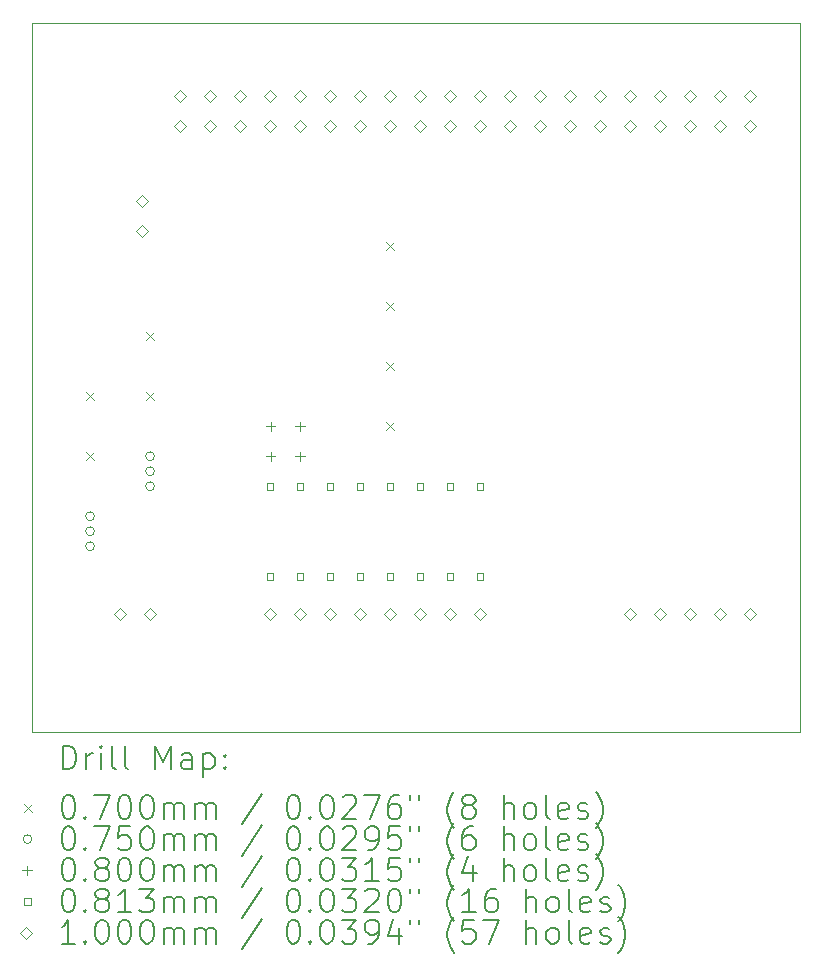
<source format=gbr>
%TF.GenerationSoftware,KiCad,Pcbnew,8.0.6*%
%TF.CreationDate,2024-11-08T15:32:17+11:00*%
%TF.ProjectId,aqua-pi-shield,61717561-2d70-4692-9d73-6869656c642e,rev?*%
%TF.SameCoordinates,Original*%
%TF.FileFunction,Drillmap*%
%TF.FilePolarity,Positive*%
%FSLAX45Y45*%
G04 Gerber Fmt 4.5, Leading zero omitted, Abs format (unit mm)*
G04 Created by KiCad (PCBNEW 8.0.6) date 2024-11-08 15:32:17*
%MOMM*%
%LPD*%
G01*
G04 APERTURE LIST*
%ADD10C,0.050000*%
%ADD11C,0.200000*%
%ADD12C,0.100000*%
G04 APERTURE END LIST*
D10*
X8400000Y-6750000D02*
X14900000Y-6750000D01*
X14900000Y-12750000D01*
X8400000Y-12750000D01*
X8400000Y-6750000D01*
D11*
D12*
X8855000Y-9871000D02*
X8925000Y-9941000D01*
X8925000Y-9871000D02*
X8855000Y-9941000D01*
X8855000Y-10379000D02*
X8925000Y-10449000D01*
X8925000Y-10379000D02*
X8855000Y-10449000D01*
X9363000Y-9363000D02*
X9433000Y-9433000D01*
X9433000Y-9363000D02*
X9363000Y-9433000D01*
X9363000Y-9871000D02*
X9433000Y-9941000D01*
X9433000Y-9871000D02*
X9363000Y-9941000D01*
X11395000Y-8601000D02*
X11465000Y-8671000D01*
X11465000Y-8601000D02*
X11395000Y-8671000D01*
X11395000Y-9109000D02*
X11465000Y-9179000D01*
X11465000Y-9109000D02*
X11395000Y-9179000D01*
X11395000Y-9617000D02*
X11465000Y-9687000D01*
X11465000Y-9617000D02*
X11395000Y-9687000D01*
X11395000Y-10125000D02*
X11465000Y-10195000D01*
X11465000Y-10125000D02*
X11395000Y-10195000D01*
X8927500Y-10922000D02*
G75*
G02*
X8852500Y-10922000I-37500J0D01*
G01*
X8852500Y-10922000D02*
G75*
G02*
X8927500Y-10922000I37500J0D01*
G01*
X8927500Y-11049000D02*
G75*
G02*
X8852500Y-11049000I-37500J0D01*
G01*
X8852500Y-11049000D02*
G75*
G02*
X8927500Y-11049000I37500J0D01*
G01*
X8927500Y-11176000D02*
G75*
G02*
X8852500Y-11176000I-37500J0D01*
G01*
X8852500Y-11176000D02*
G75*
G02*
X8927500Y-11176000I37500J0D01*
G01*
X9435500Y-10414000D02*
G75*
G02*
X9360500Y-10414000I-37500J0D01*
G01*
X9360500Y-10414000D02*
G75*
G02*
X9435500Y-10414000I37500J0D01*
G01*
X9435500Y-10541000D02*
G75*
G02*
X9360500Y-10541000I-37500J0D01*
G01*
X9360500Y-10541000D02*
G75*
G02*
X9435500Y-10541000I37500J0D01*
G01*
X9435500Y-10668000D02*
G75*
G02*
X9360500Y-10668000I-37500J0D01*
G01*
X9360500Y-10668000D02*
G75*
G02*
X9435500Y-10668000I37500J0D01*
G01*
X10418000Y-10120000D02*
X10418000Y-10200000D01*
X10378000Y-10160000D02*
X10458000Y-10160000D01*
X10418000Y-10374000D02*
X10418000Y-10454000D01*
X10378000Y-10414000D02*
X10458000Y-10414000D01*
X10668000Y-10120000D02*
X10668000Y-10200000D01*
X10628000Y-10160000D02*
X10708000Y-10160000D01*
X10668000Y-10374000D02*
X10668000Y-10454000D01*
X10628000Y-10414000D02*
X10708000Y-10414000D01*
X10442737Y-10696737D02*
X10442737Y-10639263D01*
X10385263Y-10639263D01*
X10385263Y-10696737D01*
X10442737Y-10696737D01*
X10442737Y-11458737D02*
X10442737Y-11401263D01*
X10385263Y-11401263D01*
X10385263Y-11458737D01*
X10442737Y-11458737D01*
X10696737Y-10696737D02*
X10696737Y-10639263D01*
X10639263Y-10639263D01*
X10639263Y-10696737D01*
X10696737Y-10696737D01*
X10696737Y-11458737D02*
X10696737Y-11401263D01*
X10639263Y-11401263D01*
X10639263Y-11458737D01*
X10696737Y-11458737D01*
X10950737Y-10696737D02*
X10950737Y-10639263D01*
X10893263Y-10639263D01*
X10893263Y-10696737D01*
X10950737Y-10696737D01*
X10950737Y-11458737D02*
X10950737Y-11401263D01*
X10893263Y-11401263D01*
X10893263Y-11458737D01*
X10950737Y-11458737D01*
X11204737Y-10696737D02*
X11204737Y-10639263D01*
X11147263Y-10639263D01*
X11147263Y-10696737D01*
X11204737Y-10696737D01*
X11204737Y-11458737D02*
X11204737Y-11401263D01*
X11147263Y-11401263D01*
X11147263Y-11458737D01*
X11204737Y-11458737D01*
X11458737Y-10696737D02*
X11458737Y-10639263D01*
X11401263Y-10639263D01*
X11401263Y-10696737D01*
X11458737Y-10696737D01*
X11458737Y-11458737D02*
X11458737Y-11401263D01*
X11401263Y-11401263D01*
X11401263Y-11458737D01*
X11458737Y-11458737D01*
X11712737Y-10696737D02*
X11712737Y-10639263D01*
X11655263Y-10639263D01*
X11655263Y-10696737D01*
X11712737Y-10696737D01*
X11712737Y-11458737D02*
X11712737Y-11401263D01*
X11655263Y-11401263D01*
X11655263Y-11458737D01*
X11712737Y-11458737D01*
X11966737Y-10696737D02*
X11966737Y-10639263D01*
X11909263Y-10639263D01*
X11909263Y-10696737D01*
X11966737Y-10696737D01*
X11966737Y-11458737D02*
X11966737Y-11401263D01*
X11909263Y-11401263D01*
X11909263Y-11458737D01*
X11966737Y-11458737D01*
X12220737Y-10696737D02*
X12220737Y-10639263D01*
X12163263Y-10639263D01*
X12163263Y-10696737D01*
X12220737Y-10696737D01*
X12220737Y-11458737D02*
X12220737Y-11401263D01*
X12163263Y-11401263D01*
X12163263Y-11458737D01*
X12220737Y-11458737D01*
X9144000Y-11802000D02*
X9194000Y-11752000D01*
X9144000Y-11702000D01*
X9094000Y-11752000D01*
X9144000Y-11802000D01*
X9330000Y-8302000D02*
X9380000Y-8252000D01*
X9330000Y-8202000D01*
X9280000Y-8252000D01*
X9330000Y-8302000D01*
X9330000Y-8556000D02*
X9380000Y-8506000D01*
X9330000Y-8456000D01*
X9280000Y-8506000D01*
X9330000Y-8556000D01*
X9398000Y-11802000D02*
X9448000Y-11752000D01*
X9398000Y-11702000D01*
X9348000Y-11752000D01*
X9398000Y-11802000D01*
X9652000Y-7416000D02*
X9702000Y-7366000D01*
X9652000Y-7316000D01*
X9602000Y-7366000D01*
X9652000Y-7416000D01*
X9652000Y-7670000D02*
X9702000Y-7620000D01*
X9652000Y-7570000D01*
X9602000Y-7620000D01*
X9652000Y-7670000D01*
X9906000Y-7416000D02*
X9956000Y-7366000D01*
X9906000Y-7316000D01*
X9856000Y-7366000D01*
X9906000Y-7416000D01*
X9906000Y-7670000D02*
X9956000Y-7620000D01*
X9906000Y-7570000D01*
X9856000Y-7620000D01*
X9906000Y-7670000D01*
X10160000Y-7416000D02*
X10210000Y-7366000D01*
X10160000Y-7316000D01*
X10110000Y-7366000D01*
X10160000Y-7416000D01*
X10160000Y-7670000D02*
X10210000Y-7620000D01*
X10160000Y-7570000D01*
X10110000Y-7620000D01*
X10160000Y-7670000D01*
X10414000Y-7416000D02*
X10464000Y-7366000D01*
X10414000Y-7316000D01*
X10364000Y-7366000D01*
X10414000Y-7416000D01*
X10414000Y-7670000D02*
X10464000Y-7620000D01*
X10414000Y-7570000D01*
X10364000Y-7620000D01*
X10414000Y-7670000D01*
X10414000Y-11802000D02*
X10464000Y-11752000D01*
X10414000Y-11702000D01*
X10364000Y-11752000D01*
X10414000Y-11802000D01*
X10668000Y-7416000D02*
X10718000Y-7366000D01*
X10668000Y-7316000D01*
X10618000Y-7366000D01*
X10668000Y-7416000D01*
X10668000Y-7670000D02*
X10718000Y-7620000D01*
X10668000Y-7570000D01*
X10618000Y-7620000D01*
X10668000Y-7670000D01*
X10668000Y-11802000D02*
X10718000Y-11752000D01*
X10668000Y-11702000D01*
X10618000Y-11752000D01*
X10668000Y-11802000D01*
X10922000Y-7416000D02*
X10972000Y-7366000D01*
X10922000Y-7316000D01*
X10872000Y-7366000D01*
X10922000Y-7416000D01*
X10922000Y-7670000D02*
X10972000Y-7620000D01*
X10922000Y-7570000D01*
X10872000Y-7620000D01*
X10922000Y-7670000D01*
X10922000Y-11802000D02*
X10972000Y-11752000D01*
X10922000Y-11702000D01*
X10872000Y-11752000D01*
X10922000Y-11802000D01*
X11176000Y-7416000D02*
X11226000Y-7366000D01*
X11176000Y-7316000D01*
X11126000Y-7366000D01*
X11176000Y-7416000D01*
X11176000Y-7670000D02*
X11226000Y-7620000D01*
X11176000Y-7570000D01*
X11126000Y-7620000D01*
X11176000Y-7670000D01*
X11176000Y-11802000D02*
X11226000Y-11752000D01*
X11176000Y-11702000D01*
X11126000Y-11752000D01*
X11176000Y-11802000D01*
X11430000Y-7416000D02*
X11480000Y-7366000D01*
X11430000Y-7316000D01*
X11380000Y-7366000D01*
X11430000Y-7416000D01*
X11430000Y-7670000D02*
X11480000Y-7620000D01*
X11430000Y-7570000D01*
X11380000Y-7620000D01*
X11430000Y-7670000D01*
X11430000Y-11802000D02*
X11480000Y-11752000D01*
X11430000Y-11702000D01*
X11380000Y-11752000D01*
X11430000Y-11802000D01*
X11684000Y-7416000D02*
X11734000Y-7366000D01*
X11684000Y-7316000D01*
X11634000Y-7366000D01*
X11684000Y-7416000D01*
X11684000Y-7670000D02*
X11734000Y-7620000D01*
X11684000Y-7570000D01*
X11634000Y-7620000D01*
X11684000Y-7670000D01*
X11684000Y-11802000D02*
X11734000Y-11752000D01*
X11684000Y-11702000D01*
X11634000Y-11752000D01*
X11684000Y-11802000D01*
X11938000Y-7416000D02*
X11988000Y-7366000D01*
X11938000Y-7316000D01*
X11888000Y-7366000D01*
X11938000Y-7416000D01*
X11938000Y-7670000D02*
X11988000Y-7620000D01*
X11938000Y-7570000D01*
X11888000Y-7620000D01*
X11938000Y-7670000D01*
X11938000Y-11802000D02*
X11988000Y-11752000D01*
X11938000Y-11702000D01*
X11888000Y-11752000D01*
X11938000Y-11802000D01*
X12192000Y-7416000D02*
X12242000Y-7366000D01*
X12192000Y-7316000D01*
X12142000Y-7366000D01*
X12192000Y-7416000D01*
X12192000Y-7670000D02*
X12242000Y-7620000D01*
X12192000Y-7570000D01*
X12142000Y-7620000D01*
X12192000Y-7670000D01*
X12192000Y-11802000D02*
X12242000Y-11752000D01*
X12192000Y-11702000D01*
X12142000Y-11752000D01*
X12192000Y-11802000D01*
X12446000Y-7416000D02*
X12496000Y-7366000D01*
X12446000Y-7316000D01*
X12396000Y-7366000D01*
X12446000Y-7416000D01*
X12446000Y-7670000D02*
X12496000Y-7620000D01*
X12446000Y-7570000D01*
X12396000Y-7620000D01*
X12446000Y-7670000D01*
X12700000Y-7416000D02*
X12750000Y-7366000D01*
X12700000Y-7316000D01*
X12650000Y-7366000D01*
X12700000Y-7416000D01*
X12700000Y-7670000D02*
X12750000Y-7620000D01*
X12700000Y-7570000D01*
X12650000Y-7620000D01*
X12700000Y-7670000D01*
X12954000Y-7416000D02*
X13004000Y-7366000D01*
X12954000Y-7316000D01*
X12904000Y-7366000D01*
X12954000Y-7416000D01*
X12954000Y-7670000D02*
X13004000Y-7620000D01*
X12954000Y-7570000D01*
X12904000Y-7620000D01*
X12954000Y-7670000D01*
X13208000Y-7416000D02*
X13258000Y-7366000D01*
X13208000Y-7316000D01*
X13158000Y-7366000D01*
X13208000Y-7416000D01*
X13208000Y-7670000D02*
X13258000Y-7620000D01*
X13208000Y-7570000D01*
X13158000Y-7620000D01*
X13208000Y-7670000D01*
X13460000Y-11802000D02*
X13510000Y-11752000D01*
X13460000Y-11702000D01*
X13410000Y-11752000D01*
X13460000Y-11802000D01*
X13462000Y-7416000D02*
X13512000Y-7366000D01*
X13462000Y-7316000D01*
X13412000Y-7366000D01*
X13462000Y-7416000D01*
X13462000Y-7670000D02*
X13512000Y-7620000D01*
X13462000Y-7570000D01*
X13412000Y-7620000D01*
X13462000Y-7670000D01*
X13714000Y-11802000D02*
X13764000Y-11752000D01*
X13714000Y-11702000D01*
X13664000Y-11752000D01*
X13714000Y-11802000D01*
X13716000Y-7416000D02*
X13766000Y-7366000D01*
X13716000Y-7316000D01*
X13666000Y-7366000D01*
X13716000Y-7416000D01*
X13716000Y-7670000D02*
X13766000Y-7620000D01*
X13716000Y-7570000D01*
X13666000Y-7620000D01*
X13716000Y-7670000D01*
X13968000Y-11802000D02*
X14018000Y-11752000D01*
X13968000Y-11702000D01*
X13918000Y-11752000D01*
X13968000Y-11802000D01*
X13970000Y-7416000D02*
X14020000Y-7366000D01*
X13970000Y-7316000D01*
X13920000Y-7366000D01*
X13970000Y-7416000D01*
X13970000Y-7670000D02*
X14020000Y-7620000D01*
X13970000Y-7570000D01*
X13920000Y-7620000D01*
X13970000Y-7670000D01*
X14222000Y-11802000D02*
X14272000Y-11752000D01*
X14222000Y-11702000D01*
X14172000Y-11752000D01*
X14222000Y-11802000D01*
X14224000Y-7416000D02*
X14274000Y-7366000D01*
X14224000Y-7316000D01*
X14174000Y-7366000D01*
X14224000Y-7416000D01*
X14224000Y-7670000D02*
X14274000Y-7620000D01*
X14224000Y-7570000D01*
X14174000Y-7620000D01*
X14224000Y-7670000D01*
X14476000Y-11802000D02*
X14526000Y-11752000D01*
X14476000Y-11702000D01*
X14426000Y-11752000D01*
X14476000Y-11802000D01*
X14478000Y-7416000D02*
X14528000Y-7366000D01*
X14478000Y-7316000D01*
X14428000Y-7366000D01*
X14478000Y-7416000D01*
X14478000Y-7670000D02*
X14528000Y-7620000D01*
X14478000Y-7570000D01*
X14428000Y-7620000D01*
X14478000Y-7670000D01*
D11*
X8658277Y-13063984D02*
X8658277Y-12863984D01*
X8658277Y-12863984D02*
X8705896Y-12863984D01*
X8705896Y-12863984D02*
X8734467Y-12873508D01*
X8734467Y-12873508D02*
X8753515Y-12892555D01*
X8753515Y-12892555D02*
X8763039Y-12911603D01*
X8763039Y-12911603D02*
X8772563Y-12949698D01*
X8772563Y-12949698D02*
X8772563Y-12978269D01*
X8772563Y-12978269D02*
X8763039Y-13016365D01*
X8763039Y-13016365D02*
X8753515Y-13035412D01*
X8753515Y-13035412D02*
X8734467Y-13054460D01*
X8734467Y-13054460D02*
X8705896Y-13063984D01*
X8705896Y-13063984D02*
X8658277Y-13063984D01*
X8858277Y-13063984D02*
X8858277Y-12930650D01*
X8858277Y-12968746D02*
X8867801Y-12949698D01*
X8867801Y-12949698D02*
X8877324Y-12940174D01*
X8877324Y-12940174D02*
X8896372Y-12930650D01*
X8896372Y-12930650D02*
X8915420Y-12930650D01*
X8982086Y-13063984D02*
X8982086Y-12930650D01*
X8982086Y-12863984D02*
X8972563Y-12873508D01*
X8972563Y-12873508D02*
X8982086Y-12883031D01*
X8982086Y-12883031D02*
X8991610Y-12873508D01*
X8991610Y-12873508D02*
X8982086Y-12863984D01*
X8982086Y-12863984D02*
X8982086Y-12883031D01*
X9105896Y-13063984D02*
X9086848Y-13054460D01*
X9086848Y-13054460D02*
X9077324Y-13035412D01*
X9077324Y-13035412D02*
X9077324Y-12863984D01*
X9210658Y-13063984D02*
X9191610Y-13054460D01*
X9191610Y-13054460D02*
X9182086Y-13035412D01*
X9182086Y-13035412D02*
X9182086Y-12863984D01*
X9439229Y-13063984D02*
X9439229Y-12863984D01*
X9439229Y-12863984D02*
X9505896Y-13006841D01*
X9505896Y-13006841D02*
X9572563Y-12863984D01*
X9572563Y-12863984D02*
X9572563Y-13063984D01*
X9753515Y-13063984D02*
X9753515Y-12959222D01*
X9753515Y-12959222D02*
X9743991Y-12940174D01*
X9743991Y-12940174D02*
X9724944Y-12930650D01*
X9724944Y-12930650D02*
X9686848Y-12930650D01*
X9686848Y-12930650D02*
X9667801Y-12940174D01*
X9753515Y-13054460D02*
X9734467Y-13063984D01*
X9734467Y-13063984D02*
X9686848Y-13063984D01*
X9686848Y-13063984D02*
X9667801Y-13054460D01*
X9667801Y-13054460D02*
X9658277Y-13035412D01*
X9658277Y-13035412D02*
X9658277Y-13016365D01*
X9658277Y-13016365D02*
X9667801Y-12997317D01*
X9667801Y-12997317D02*
X9686848Y-12987793D01*
X9686848Y-12987793D02*
X9734467Y-12987793D01*
X9734467Y-12987793D02*
X9753515Y-12978269D01*
X9848753Y-12930650D02*
X9848753Y-13130650D01*
X9848753Y-12940174D02*
X9867801Y-12930650D01*
X9867801Y-12930650D02*
X9905896Y-12930650D01*
X9905896Y-12930650D02*
X9924944Y-12940174D01*
X9924944Y-12940174D02*
X9934467Y-12949698D01*
X9934467Y-12949698D02*
X9943991Y-12968746D01*
X9943991Y-12968746D02*
X9943991Y-13025888D01*
X9943991Y-13025888D02*
X9934467Y-13044936D01*
X9934467Y-13044936D02*
X9924944Y-13054460D01*
X9924944Y-13054460D02*
X9905896Y-13063984D01*
X9905896Y-13063984D02*
X9867801Y-13063984D01*
X9867801Y-13063984D02*
X9848753Y-13054460D01*
X10029705Y-13044936D02*
X10039229Y-13054460D01*
X10039229Y-13054460D02*
X10029705Y-13063984D01*
X10029705Y-13063984D02*
X10020182Y-13054460D01*
X10020182Y-13054460D02*
X10029705Y-13044936D01*
X10029705Y-13044936D02*
X10029705Y-13063984D01*
X10029705Y-12940174D02*
X10039229Y-12949698D01*
X10039229Y-12949698D02*
X10029705Y-12959222D01*
X10029705Y-12959222D02*
X10020182Y-12949698D01*
X10020182Y-12949698D02*
X10029705Y-12940174D01*
X10029705Y-12940174D02*
X10029705Y-12959222D01*
D12*
X8327500Y-13357500D02*
X8397500Y-13427500D01*
X8397500Y-13357500D02*
X8327500Y-13427500D01*
D11*
X8696372Y-13283984D02*
X8715420Y-13283984D01*
X8715420Y-13283984D02*
X8734467Y-13293508D01*
X8734467Y-13293508D02*
X8743991Y-13303031D01*
X8743991Y-13303031D02*
X8753515Y-13322079D01*
X8753515Y-13322079D02*
X8763039Y-13360174D01*
X8763039Y-13360174D02*
X8763039Y-13407793D01*
X8763039Y-13407793D02*
X8753515Y-13445888D01*
X8753515Y-13445888D02*
X8743991Y-13464936D01*
X8743991Y-13464936D02*
X8734467Y-13474460D01*
X8734467Y-13474460D02*
X8715420Y-13483984D01*
X8715420Y-13483984D02*
X8696372Y-13483984D01*
X8696372Y-13483984D02*
X8677324Y-13474460D01*
X8677324Y-13474460D02*
X8667801Y-13464936D01*
X8667801Y-13464936D02*
X8658277Y-13445888D01*
X8658277Y-13445888D02*
X8648753Y-13407793D01*
X8648753Y-13407793D02*
X8648753Y-13360174D01*
X8648753Y-13360174D02*
X8658277Y-13322079D01*
X8658277Y-13322079D02*
X8667801Y-13303031D01*
X8667801Y-13303031D02*
X8677324Y-13293508D01*
X8677324Y-13293508D02*
X8696372Y-13283984D01*
X8848753Y-13464936D02*
X8858277Y-13474460D01*
X8858277Y-13474460D02*
X8848753Y-13483984D01*
X8848753Y-13483984D02*
X8839229Y-13474460D01*
X8839229Y-13474460D02*
X8848753Y-13464936D01*
X8848753Y-13464936D02*
X8848753Y-13483984D01*
X8924944Y-13283984D02*
X9058277Y-13283984D01*
X9058277Y-13283984D02*
X8972563Y-13483984D01*
X9172563Y-13283984D02*
X9191610Y-13283984D01*
X9191610Y-13283984D02*
X9210658Y-13293508D01*
X9210658Y-13293508D02*
X9220182Y-13303031D01*
X9220182Y-13303031D02*
X9229705Y-13322079D01*
X9229705Y-13322079D02*
X9239229Y-13360174D01*
X9239229Y-13360174D02*
X9239229Y-13407793D01*
X9239229Y-13407793D02*
X9229705Y-13445888D01*
X9229705Y-13445888D02*
X9220182Y-13464936D01*
X9220182Y-13464936D02*
X9210658Y-13474460D01*
X9210658Y-13474460D02*
X9191610Y-13483984D01*
X9191610Y-13483984D02*
X9172563Y-13483984D01*
X9172563Y-13483984D02*
X9153515Y-13474460D01*
X9153515Y-13474460D02*
X9143991Y-13464936D01*
X9143991Y-13464936D02*
X9134467Y-13445888D01*
X9134467Y-13445888D02*
X9124944Y-13407793D01*
X9124944Y-13407793D02*
X9124944Y-13360174D01*
X9124944Y-13360174D02*
X9134467Y-13322079D01*
X9134467Y-13322079D02*
X9143991Y-13303031D01*
X9143991Y-13303031D02*
X9153515Y-13293508D01*
X9153515Y-13293508D02*
X9172563Y-13283984D01*
X9363039Y-13283984D02*
X9382086Y-13283984D01*
X9382086Y-13283984D02*
X9401134Y-13293508D01*
X9401134Y-13293508D02*
X9410658Y-13303031D01*
X9410658Y-13303031D02*
X9420182Y-13322079D01*
X9420182Y-13322079D02*
X9429705Y-13360174D01*
X9429705Y-13360174D02*
X9429705Y-13407793D01*
X9429705Y-13407793D02*
X9420182Y-13445888D01*
X9420182Y-13445888D02*
X9410658Y-13464936D01*
X9410658Y-13464936D02*
X9401134Y-13474460D01*
X9401134Y-13474460D02*
X9382086Y-13483984D01*
X9382086Y-13483984D02*
X9363039Y-13483984D01*
X9363039Y-13483984D02*
X9343991Y-13474460D01*
X9343991Y-13474460D02*
X9334467Y-13464936D01*
X9334467Y-13464936D02*
X9324944Y-13445888D01*
X9324944Y-13445888D02*
X9315420Y-13407793D01*
X9315420Y-13407793D02*
X9315420Y-13360174D01*
X9315420Y-13360174D02*
X9324944Y-13322079D01*
X9324944Y-13322079D02*
X9334467Y-13303031D01*
X9334467Y-13303031D02*
X9343991Y-13293508D01*
X9343991Y-13293508D02*
X9363039Y-13283984D01*
X9515420Y-13483984D02*
X9515420Y-13350650D01*
X9515420Y-13369698D02*
X9524944Y-13360174D01*
X9524944Y-13360174D02*
X9543991Y-13350650D01*
X9543991Y-13350650D02*
X9572563Y-13350650D01*
X9572563Y-13350650D02*
X9591610Y-13360174D01*
X9591610Y-13360174D02*
X9601134Y-13379222D01*
X9601134Y-13379222D02*
X9601134Y-13483984D01*
X9601134Y-13379222D02*
X9610658Y-13360174D01*
X9610658Y-13360174D02*
X9629705Y-13350650D01*
X9629705Y-13350650D02*
X9658277Y-13350650D01*
X9658277Y-13350650D02*
X9677325Y-13360174D01*
X9677325Y-13360174D02*
X9686848Y-13379222D01*
X9686848Y-13379222D02*
X9686848Y-13483984D01*
X9782086Y-13483984D02*
X9782086Y-13350650D01*
X9782086Y-13369698D02*
X9791610Y-13360174D01*
X9791610Y-13360174D02*
X9810658Y-13350650D01*
X9810658Y-13350650D02*
X9839229Y-13350650D01*
X9839229Y-13350650D02*
X9858277Y-13360174D01*
X9858277Y-13360174D02*
X9867801Y-13379222D01*
X9867801Y-13379222D02*
X9867801Y-13483984D01*
X9867801Y-13379222D02*
X9877325Y-13360174D01*
X9877325Y-13360174D02*
X9896372Y-13350650D01*
X9896372Y-13350650D02*
X9924944Y-13350650D01*
X9924944Y-13350650D02*
X9943991Y-13360174D01*
X9943991Y-13360174D02*
X9953515Y-13379222D01*
X9953515Y-13379222D02*
X9953515Y-13483984D01*
X10343991Y-13274460D02*
X10172563Y-13531603D01*
X10601134Y-13283984D02*
X10620182Y-13283984D01*
X10620182Y-13283984D02*
X10639229Y-13293508D01*
X10639229Y-13293508D02*
X10648753Y-13303031D01*
X10648753Y-13303031D02*
X10658277Y-13322079D01*
X10658277Y-13322079D02*
X10667801Y-13360174D01*
X10667801Y-13360174D02*
X10667801Y-13407793D01*
X10667801Y-13407793D02*
X10658277Y-13445888D01*
X10658277Y-13445888D02*
X10648753Y-13464936D01*
X10648753Y-13464936D02*
X10639229Y-13474460D01*
X10639229Y-13474460D02*
X10620182Y-13483984D01*
X10620182Y-13483984D02*
X10601134Y-13483984D01*
X10601134Y-13483984D02*
X10582087Y-13474460D01*
X10582087Y-13474460D02*
X10572563Y-13464936D01*
X10572563Y-13464936D02*
X10563039Y-13445888D01*
X10563039Y-13445888D02*
X10553515Y-13407793D01*
X10553515Y-13407793D02*
X10553515Y-13360174D01*
X10553515Y-13360174D02*
X10563039Y-13322079D01*
X10563039Y-13322079D02*
X10572563Y-13303031D01*
X10572563Y-13303031D02*
X10582087Y-13293508D01*
X10582087Y-13293508D02*
X10601134Y-13283984D01*
X10753515Y-13464936D02*
X10763039Y-13474460D01*
X10763039Y-13474460D02*
X10753515Y-13483984D01*
X10753515Y-13483984D02*
X10743991Y-13474460D01*
X10743991Y-13474460D02*
X10753515Y-13464936D01*
X10753515Y-13464936D02*
X10753515Y-13483984D01*
X10886848Y-13283984D02*
X10905896Y-13283984D01*
X10905896Y-13283984D02*
X10924944Y-13293508D01*
X10924944Y-13293508D02*
X10934468Y-13303031D01*
X10934468Y-13303031D02*
X10943991Y-13322079D01*
X10943991Y-13322079D02*
X10953515Y-13360174D01*
X10953515Y-13360174D02*
X10953515Y-13407793D01*
X10953515Y-13407793D02*
X10943991Y-13445888D01*
X10943991Y-13445888D02*
X10934468Y-13464936D01*
X10934468Y-13464936D02*
X10924944Y-13474460D01*
X10924944Y-13474460D02*
X10905896Y-13483984D01*
X10905896Y-13483984D02*
X10886848Y-13483984D01*
X10886848Y-13483984D02*
X10867801Y-13474460D01*
X10867801Y-13474460D02*
X10858277Y-13464936D01*
X10858277Y-13464936D02*
X10848753Y-13445888D01*
X10848753Y-13445888D02*
X10839229Y-13407793D01*
X10839229Y-13407793D02*
X10839229Y-13360174D01*
X10839229Y-13360174D02*
X10848753Y-13322079D01*
X10848753Y-13322079D02*
X10858277Y-13303031D01*
X10858277Y-13303031D02*
X10867801Y-13293508D01*
X10867801Y-13293508D02*
X10886848Y-13283984D01*
X11029706Y-13303031D02*
X11039229Y-13293508D01*
X11039229Y-13293508D02*
X11058277Y-13283984D01*
X11058277Y-13283984D02*
X11105896Y-13283984D01*
X11105896Y-13283984D02*
X11124944Y-13293508D01*
X11124944Y-13293508D02*
X11134468Y-13303031D01*
X11134468Y-13303031D02*
X11143991Y-13322079D01*
X11143991Y-13322079D02*
X11143991Y-13341127D01*
X11143991Y-13341127D02*
X11134468Y-13369698D01*
X11134468Y-13369698D02*
X11020182Y-13483984D01*
X11020182Y-13483984D02*
X11143991Y-13483984D01*
X11210658Y-13283984D02*
X11343991Y-13283984D01*
X11343991Y-13283984D02*
X11258277Y-13483984D01*
X11505896Y-13283984D02*
X11467801Y-13283984D01*
X11467801Y-13283984D02*
X11448753Y-13293508D01*
X11448753Y-13293508D02*
X11439229Y-13303031D01*
X11439229Y-13303031D02*
X11420182Y-13331603D01*
X11420182Y-13331603D02*
X11410658Y-13369698D01*
X11410658Y-13369698D02*
X11410658Y-13445888D01*
X11410658Y-13445888D02*
X11420182Y-13464936D01*
X11420182Y-13464936D02*
X11429706Y-13474460D01*
X11429706Y-13474460D02*
X11448753Y-13483984D01*
X11448753Y-13483984D02*
X11486848Y-13483984D01*
X11486848Y-13483984D02*
X11505896Y-13474460D01*
X11505896Y-13474460D02*
X11515420Y-13464936D01*
X11515420Y-13464936D02*
X11524944Y-13445888D01*
X11524944Y-13445888D02*
X11524944Y-13398269D01*
X11524944Y-13398269D02*
X11515420Y-13379222D01*
X11515420Y-13379222D02*
X11505896Y-13369698D01*
X11505896Y-13369698D02*
X11486848Y-13360174D01*
X11486848Y-13360174D02*
X11448753Y-13360174D01*
X11448753Y-13360174D02*
X11429706Y-13369698D01*
X11429706Y-13369698D02*
X11420182Y-13379222D01*
X11420182Y-13379222D02*
X11410658Y-13398269D01*
X11601134Y-13283984D02*
X11601134Y-13322079D01*
X11677325Y-13283984D02*
X11677325Y-13322079D01*
X11972563Y-13560174D02*
X11963039Y-13550650D01*
X11963039Y-13550650D02*
X11943991Y-13522079D01*
X11943991Y-13522079D02*
X11934468Y-13503031D01*
X11934468Y-13503031D02*
X11924944Y-13474460D01*
X11924944Y-13474460D02*
X11915420Y-13426841D01*
X11915420Y-13426841D02*
X11915420Y-13388746D01*
X11915420Y-13388746D02*
X11924944Y-13341127D01*
X11924944Y-13341127D02*
X11934468Y-13312555D01*
X11934468Y-13312555D02*
X11943991Y-13293508D01*
X11943991Y-13293508D02*
X11963039Y-13264936D01*
X11963039Y-13264936D02*
X11972563Y-13255412D01*
X12077325Y-13369698D02*
X12058277Y-13360174D01*
X12058277Y-13360174D02*
X12048753Y-13350650D01*
X12048753Y-13350650D02*
X12039229Y-13331603D01*
X12039229Y-13331603D02*
X12039229Y-13322079D01*
X12039229Y-13322079D02*
X12048753Y-13303031D01*
X12048753Y-13303031D02*
X12058277Y-13293508D01*
X12058277Y-13293508D02*
X12077325Y-13283984D01*
X12077325Y-13283984D02*
X12115420Y-13283984D01*
X12115420Y-13283984D02*
X12134468Y-13293508D01*
X12134468Y-13293508D02*
X12143991Y-13303031D01*
X12143991Y-13303031D02*
X12153515Y-13322079D01*
X12153515Y-13322079D02*
X12153515Y-13331603D01*
X12153515Y-13331603D02*
X12143991Y-13350650D01*
X12143991Y-13350650D02*
X12134468Y-13360174D01*
X12134468Y-13360174D02*
X12115420Y-13369698D01*
X12115420Y-13369698D02*
X12077325Y-13369698D01*
X12077325Y-13369698D02*
X12058277Y-13379222D01*
X12058277Y-13379222D02*
X12048753Y-13388746D01*
X12048753Y-13388746D02*
X12039229Y-13407793D01*
X12039229Y-13407793D02*
X12039229Y-13445888D01*
X12039229Y-13445888D02*
X12048753Y-13464936D01*
X12048753Y-13464936D02*
X12058277Y-13474460D01*
X12058277Y-13474460D02*
X12077325Y-13483984D01*
X12077325Y-13483984D02*
X12115420Y-13483984D01*
X12115420Y-13483984D02*
X12134468Y-13474460D01*
X12134468Y-13474460D02*
X12143991Y-13464936D01*
X12143991Y-13464936D02*
X12153515Y-13445888D01*
X12153515Y-13445888D02*
X12153515Y-13407793D01*
X12153515Y-13407793D02*
X12143991Y-13388746D01*
X12143991Y-13388746D02*
X12134468Y-13379222D01*
X12134468Y-13379222D02*
X12115420Y-13369698D01*
X12391610Y-13483984D02*
X12391610Y-13283984D01*
X12477325Y-13483984D02*
X12477325Y-13379222D01*
X12477325Y-13379222D02*
X12467801Y-13360174D01*
X12467801Y-13360174D02*
X12448753Y-13350650D01*
X12448753Y-13350650D02*
X12420182Y-13350650D01*
X12420182Y-13350650D02*
X12401134Y-13360174D01*
X12401134Y-13360174D02*
X12391610Y-13369698D01*
X12601134Y-13483984D02*
X12582087Y-13474460D01*
X12582087Y-13474460D02*
X12572563Y-13464936D01*
X12572563Y-13464936D02*
X12563039Y-13445888D01*
X12563039Y-13445888D02*
X12563039Y-13388746D01*
X12563039Y-13388746D02*
X12572563Y-13369698D01*
X12572563Y-13369698D02*
X12582087Y-13360174D01*
X12582087Y-13360174D02*
X12601134Y-13350650D01*
X12601134Y-13350650D02*
X12629706Y-13350650D01*
X12629706Y-13350650D02*
X12648753Y-13360174D01*
X12648753Y-13360174D02*
X12658277Y-13369698D01*
X12658277Y-13369698D02*
X12667801Y-13388746D01*
X12667801Y-13388746D02*
X12667801Y-13445888D01*
X12667801Y-13445888D02*
X12658277Y-13464936D01*
X12658277Y-13464936D02*
X12648753Y-13474460D01*
X12648753Y-13474460D02*
X12629706Y-13483984D01*
X12629706Y-13483984D02*
X12601134Y-13483984D01*
X12782087Y-13483984D02*
X12763039Y-13474460D01*
X12763039Y-13474460D02*
X12753515Y-13455412D01*
X12753515Y-13455412D02*
X12753515Y-13283984D01*
X12934468Y-13474460D02*
X12915420Y-13483984D01*
X12915420Y-13483984D02*
X12877325Y-13483984D01*
X12877325Y-13483984D02*
X12858277Y-13474460D01*
X12858277Y-13474460D02*
X12848753Y-13455412D01*
X12848753Y-13455412D02*
X12848753Y-13379222D01*
X12848753Y-13379222D02*
X12858277Y-13360174D01*
X12858277Y-13360174D02*
X12877325Y-13350650D01*
X12877325Y-13350650D02*
X12915420Y-13350650D01*
X12915420Y-13350650D02*
X12934468Y-13360174D01*
X12934468Y-13360174D02*
X12943991Y-13379222D01*
X12943991Y-13379222D02*
X12943991Y-13398269D01*
X12943991Y-13398269D02*
X12848753Y-13417317D01*
X13020182Y-13474460D02*
X13039230Y-13483984D01*
X13039230Y-13483984D02*
X13077325Y-13483984D01*
X13077325Y-13483984D02*
X13096372Y-13474460D01*
X13096372Y-13474460D02*
X13105896Y-13455412D01*
X13105896Y-13455412D02*
X13105896Y-13445888D01*
X13105896Y-13445888D02*
X13096372Y-13426841D01*
X13096372Y-13426841D02*
X13077325Y-13417317D01*
X13077325Y-13417317D02*
X13048753Y-13417317D01*
X13048753Y-13417317D02*
X13029706Y-13407793D01*
X13029706Y-13407793D02*
X13020182Y-13388746D01*
X13020182Y-13388746D02*
X13020182Y-13379222D01*
X13020182Y-13379222D02*
X13029706Y-13360174D01*
X13029706Y-13360174D02*
X13048753Y-13350650D01*
X13048753Y-13350650D02*
X13077325Y-13350650D01*
X13077325Y-13350650D02*
X13096372Y-13360174D01*
X13172563Y-13560174D02*
X13182087Y-13550650D01*
X13182087Y-13550650D02*
X13201134Y-13522079D01*
X13201134Y-13522079D02*
X13210658Y-13503031D01*
X13210658Y-13503031D02*
X13220182Y-13474460D01*
X13220182Y-13474460D02*
X13229706Y-13426841D01*
X13229706Y-13426841D02*
X13229706Y-13388746D01*
X13229706Y-13388746D02*
X13220182Y-13341127D01*
X13220182Y-13341127D02*
X13210658Y-13312555D01*
X13210658Y-13312555D02*
X13201134Y-13293508D01*
X13201134Y-13293508D02*
X13182087Y-13264936D01*
X13182087Y-13264936D02*
X13172563Y-13255412D01*
D12*
X8397500Y-13656500D02*
G75*
G02*
X8322500Y-13656500I-37500J0D01*
G01*
X8322500Y-13656500D02*
G75*
G02*
X8397500Y-13656500I37500J0D01*
G01*
D11*
X8696372Y-13547984D02*
X8715420Y-13547984D01*
X8715420Y-13547984D02*
X8734467Y-13557508D01*
X8734467Y-13557508D02*
X8743991Y-13567031D01*
X8743991Y-13567031D02*
X8753515Y-13586079D01*
X8753515Y-13586079D02*
X8763039Y-13624174D01*
X8763039Y-13624174D02*
X8763039Y-13671793D01*
X8763039Y-13671793D02*
X8753515Y-13709888D01*
X8753515Y-13709888D02*
X8743991Y-13728936D01*
X8743991Y-13728936D02*
X8734467Y-13738460D01*
X8734467Y-13738460D02*
X8715420Y-13747984D01*
X8715420Y-13747984D02*
X8696372Y-13747984D01*
X8696372Y-13747984D02*
X8677324Y-13738460D01*
X8677324Y-13738460D02*
X8667801Y-13728936D01*
X8667801Y-13728936D02*
X8658277Y-13709888D01*
X8658277Y-13709888D02*
X8648753Y-13671793D01*
X8648753Y-13671793D02*
X8648753Y-13624174D01*
X8648753Y-13624174D02*
X8658277Y-13586079D01*
X8658277Y-13586079D02*
X8667801Y-13567031D01*
X8667801Y-13567031D02*
X8677324Y-13557508D01*
X8677324Y-13557508D02*
X8696372Y-13547984D01*
X8848753Y-13728936D02*
X8858277Y-13738460D01*
X8858277Y-13738460D02*
X8848753Y-13747984D01*
X8848753Y-13747984D02*
X8839229Y-13738460D01*
X8839229Y-13738460D02*
X8848753Y-13728936D01*
X8848753Y-13728936D02*
X8848753Y-13747984D01*
X8924944Y-13547984D02*
X9058277Y-13547984D01*
X9058277Y-13547984D02*
X8972563Y-13747984D01*
X9229705Y-13547984D02*
X9134467Y-13547984D01*
X9134467Y-13547984D02*
X9124944Y-13643222D01*
X9124944Y-13643222D02*
X9134467Y-13633698D01*
X9134467Y-13633698D02*
X9153515Y-13624174D01*
X9153515Y-13624174D02*
X9201134Y-13624174D01*
X9201134Y-13624174D02*
X9220182Y-13633698D01*
X9220182Y-13633698D02*
X9229705Y-13643222D01*
X9229705Y-13643222D02*
X9239229Y-13662269D01*
X9239229Y-13662269D02*
X9239229Y-13709888D01*
X9239229Y-13709888D02*
X9229705Y-13728936D01*
X9229705Y-13728936D02*
X9220182Y-13738460D01*
X9220182Y-13738460D02*
X9201134Y-13747984D01*
X9201134Y-13747984D02*
X9153515Y-13747984D01*
X9153515Y-13747984D02*
X9134467Y-13738460D01*
X9134467Y-13738460D02*
X9124944Y-13728936D01*
X9363039Y-13547984D02*
X9382086Y-13547984D01*
X9382086Y-13547984D02*
X9401134Y-13557508D01*
X9401134Y-13557508D02*
X9410658Y-13567031D01*
X9410658Y-13567031D02*
X9420182Y-13586079D01*
X9420182Y-13586079D02*
X9429705Y-13624174D01*
X9429705Y-13624174D02*
X9429705Y-13671793D01*
X9429705Y-13671793D02*
X9420182Y-13709888D01*
X9420182Y-13709888D02*
X9410658Y-13728936D01*
X9410658Y-13728936D02*
X9401134Y-13738460D01*
X9401134Y-13738460D02*
X9382086Y-13747984D01*
X9382086Y-13747984D02*
X9363039Y-13747984D01*
X9363039Y-13747984D02*
X9343991Y-13738460D01*
X9343991Y-13738460D02*
X9334467Y-13728936D01*
X9334467Y-13728936D02*
X9324944Y-13709888D01*
X9324944Y-13709888D02*
X9315420Y-13671793D01*
X9315420Y-13671793D02*
X9315420Y-13624174D01*
X9315420Y-13624174D02*
X9324944Y-13586079D01*
X9324944Y-13586079D02*
X9334467Y-13567031D01*
X9334467Y-13567031D02*
X9343991Y-13557508D01*
X9343991Y-13557508D02*
X9363039Y-13547984D01*
X9515420Y-13747984D02*
X9515420Y-13614650D01*
X9515420Y-13633698D02*
X9524944Y-13624174D01*
X9524944Y-13624174D02*
X9543991Y-13614650D01*
X9543991Y-13614650D02*
X9572563Y-13614650D01*
X9572563Y-13614650D02*
X9591610Y-13624174D01*
X9591610Y-13624174D02*
X9601134Y-13643222D01*
X9601134Y-13643222D02*
X9601134Y-13747984D01*
X9601134Y-13643222D02*
X9610658Y-13624174D01*
X9610658Y-13624174D02*
X9629705Y-13614650D01*
X9629705Y-13614650D02*
X9658277Y-13614650D01*
X9658277Y-13614650D02*
X9677325Y-13624174D01*
X9677325Y-13624174D02*
X9686848Y-13643222D01*
X9686848Y-13643222D02*
X9686848Y-13747984D01*
X9782086Y-13747984D02*
X9782086Y-13614650D01*
X9782086Y-13633698D02*
X9791610Y-13624174D01*
X9791610Y-13624174D02*
X9810658Y-13614650D01*
X9810658Y-13614650D02*
X9839229Y-13614650D01*
X9839229Y-13614650D02*
X9858277Y-13624174D01*
X9858277Y-13624174D02*
X9867801Y-13643222D01*
X9867801Y-13643222D02*
X9867801Y-13747984D01*
X9867801Y-13643222D02*
X9877325Y-13624174D01*
X9877325Y-13624174D02*
X9896372Y-13614650D01*
X9896372Y-13614650D02*
X9924944Y-13614650D01*
X9924944Y-13614650D02*
X9943991Y-13624174D01*
X9943991Y-13624174D02*
X9953515Y-13643222D01*
X9953515Y-13643222D02*
X9953515Y-13747984D01*
X10343991Y-13538460D02*
X10172563Y-13795603D01*
X10601134Y-13547984D02*
X10620182Y-13547984D01*
X10620182Y-13547984D02*
X10639229Y-13557508D01*
X10639229Y-13557508D02*
X10648753Y-13567031D01*
X10648753Y-13567031D02*
X10658277Y-13586079D01*
X10658277Y-13586079D02*
X10667801Y-13624174D01*
X10667801Y-13624174D02*
X10667801Y-13671793D01*
X10667801Y-13671793D02*
X10658277Y-13709888D01*
X10658277Y-13709888D02*
X10648753Y-13728936D01*
X10648753Y-13728936D02*
X10639229Y-13738460D01*
X10639229Y-13738460D02*
X10620182Y-13747984D01*
X10620182Y-13747984D02*
X10601134Y-13747984D01*
X10601134Y-13747984D02*
X10582087Y-13738460D01*
X10582087Y-13738460D02*
X10572563Y-13728936D01*
X10572563Y-13728936D02*
X10563039Y-13709888D01*
X10563039Y-13709888D02*
X10553515Y-13671793D01*
X10553515Y-13671793D02*
X10553515Y-13624174D01*
X10553515Y-13624174D02*
X10563039Y-13586079D01*
X10563039Y-13586079D02*
X10572563Y-13567031D01*
X10572563Y-13567031D02*
X10582087Y-13557508D01*
X10582087Y-13557508D02*
X10601134Y-13547984D01*
X10753515Y-13728936D02*
X10763039Y-13738460D01*
X10763039Y-13738460D02*
X10753515Y-13747984D01*
X10753515Y-13747984D02*
X10743991Y-13738460D01*
X10743991Y-13738460D02*
X10753515Y-13728936D01*
X10753515Y-13728936D02*
X10753515Y-13747984D01*
X10886848Y-13547984D02*
X10905896Y-13547984D01*
X10905896Y-13547984D02*
X10924944Y-13557508D01*
X10924944Y-13557508D02*
X10934468Y-13567031D01*
X10934468Y-13567031D02*
X10943991Y-13586079D01*
X10943991Y-13586079D02*
X10953515Y-13624174D01*
X10953515Y-13624174D02*
X10953515Y-13671793D01*
X10953515Y-13671793D02*
X10943991Y-13709888D01*
X10943991Y-13709888D02*
X10934468Y-13728936D01*
X10934468Y-13728936D02*
X10924944Y-13738460D01*
X10924944Y-13738460D02*
X10905896Y-13747984D01*
X10905896Y-13747984D02*
X10886848Y-13747984D01*
X10886848Y-13747984D02*
X10867801Y-13738460D01*
X10867801Y-13738460D02*
X10858277Y-13728936D01*
X10858277Y-13728936D02*
X10848753Y-13709888D01*
X10848753Y-13709888D02*
X10839229Y-13671793D01*
X10839229Y-13671793D02*
X10839229Y-13624174D01*
X10839229Y-13624174D02*
X10848753Y-13586079D01*
X10848753Y-13586079D02*
X10858277Y-13567031D01*
X10858277Y-13567031D02*
X10867801Y-13557508D01*
X10867801Y-13557508D02*
X10886848Y-13547984D01*
X11029706Y-13567031D02*
X11039229Y-13557508D01*
X11039229Y-13557508D02*
X11058277Y-13547984D01*
X11058277Y-13547984D02*
X11105896Y-13547984D01*
X11105896Y-13547984D02*
X11124944Y-13557508D01*
X11124944Y-13557508D02*
X11134468Y-13567031D01*
X11134468Y-13567031D02*
X11143991Y-13586079D01*
X11143991Y-13586079D02*
X11143991Y-13605127D01*
X11143991Y-13605127D02*
X11134468Y-13633698D01*
X11134468Y-13633698D02*
X11020182Y-13747984D01*
X11020182Y-13747984D02*
X11143991Y-13747984D01*
X11239229Y-13747984D02*
X11277325Y-13747984D01*
X11277325Y-13747984D02*
X11296372Y-13738460D01*
X11296372Y-13738460D02*
X11305896Y-13728936D01*
X11305896Y-13728936D02*
X11324944Y-13700365D01*
X11324944Y-13700365D02*
X11334467Y-13662269D01*
X11334467Y-13662269D02*
X11334467Y-13586079D01*
X11334467Y-13586079D02*
X11324944Y-13567031D01*
X11324944Y-13567031D02*
X11315420Y-13557508D01*
X11315420Y-13557508D02*
X11296372Y-13547984D01*
X11296372Y-13547984D02*
X11258277Y-13547984D01*
X11258277Y-13547984D02*
X11239229Y-13557508D01*
X11239229Y-13557508D02*
X11229706Y-13567031D01*
X11229706Y-13567031D02*
X11220182Y-13586079D01*
X11220182Y-13586079D02*
X11220182Y-13633698D01*
X11220182Y-13633698D02*
X11229706Y-13652746D01*
X11229706Y-13652746D02*
X11239229Y-13662269D01*
X11239229Y-13662269D02*
X11258277Y-13671793D01*
X11258277Y-13671793D02*
X11296372Y-13671793D01*
X11296372Y-13671793D02*
X11315420Y-13662269D01*
X11315420Y-13662269D02*
X11324944Y-13652746D01*
X11324944Y-13652746D02*
X11334467Y-13633698D01*
X11515420Y-13547984D02*
X11420182Y-13547984D01*
X11420182Y-13547984D02*
X11410658Y-13643222D01*
X11410658Y-13643222D02*
X11420182Y-13633698D01*
X11420182Y-13633698D02*
X11439229Y-13624174D01*
X11439229Y-13624174D02*
X11486848Y-13624174D01*
X11486848Y-13624174D02*
X11505896Y-13633698D01*
X11505896Y-13633698D02*
X11515420Y-13643222D01*
X11515420Y-13643222D02*
X11524944Y-13662269D01*
X11524944Y-13662269D02*
X11524944Y-13709888D01*
X11524944Y-13709888D02*
X11515420Y-13728936D01*
X11515420Y-13728936D02*
X11505896Y-13738460D01*
X11505896Y-13738460D02*
X11486848Y-13747984D01*
X11486848Y-13747984D02*
X11439229Y-13747984D01*
X11439229Y-13747984D02*
X11420182Y-13738460D01*
X11420182Y-13738460D02*
X11410658Y-13728936D01*
X11601134Y-13547984D02*
X11601134Y-13586079D01*
X11677325Y-13547984D02*
X11677325Y-13586079D01*
X11972563Y-13824174D02*
X11963039Y-13814650D01*
X11963039Y-13814650D02*
X11943991Y-13786079D01*
X11943991Y-13786079D02*
X11934468Y-13767031D01*
X11934468Y-13767031D02*
X11924944Y-13738460D01*
X11924944Y-13738460D02*
X11915420Y-13690841D01*
X11915420Y-13690841D02*
X11915420Y-13652746D01*
X11915420Y-13652746D02*
X11924944Y-13605127D01*
X11924944Y-13605127D02*
X11934468Y-13576555D01*
X11934468Y-13576555D02*
X11943991Y-13557508D01*
X11943991Y-13557508D02*
X11963039Y-13528936D01*
X11963039Y-13528936D02*
X11972563Y-13519412D01*
X12134468Y-13547984D02*
X12096372Y-13547984D01*
X12096372Y-13547984D02*
X12077325Y-13557508D01*
X12077325Y-13557508D02*
X12067801Y-13567031D01*
X12067801Y-13567031D02*
X12048753Y-13595603D01*
X12048753Y-13595603D02*
X12039229Y-13633698D01*
X12039229Y-13633698D02*
X12039229Y-13709888D01*
X12039229Y-13709888D02*
X12048753Y-13728936D01*
X12048753Y-13728936D02*
X12058277Y-13738460D01*
X12058277Y-13738460D02*
X12077325Y-13747984D01*
X12077325Y-13747984D02*
X12115420Y-13747984D01*
X12115420Y-13747984D02*
X12134468Y-13738460D01*
X12134468Y-13738460D02*
X12143991Y-13728936D01*
X12143991Y-13728936D02*
X12153515Y-13709888D01*
X12153515Y-13709888D02*
X12153515Y-13662269D01*
X12153515Y-13662269D02*
X12143991Y-13643222D01*
X12143991Y-13643222D02*
X12134468Y-13633698D01*
X12134468Y-13633698D02*
X12115420Y-13624174D01*
X12115420Y-13624174D02*
X12077325Y-13624174D01*
X12077325Y-13624174D02*
X12058277Y-13633698D01*
X12058277Y-13633698D02*
X12048753Y-13643222D01*
X12048753Y-13643222D02*
X12039229Y-13662269D01*
X12391610Y-13747984D02*
X12391610Y-13547984D01*
X12477325Y-13747984D02*
X12477325Y-13643222D01*
X12477325Y-13643222D02*
X12467801Y-13624174D01*
X12467801Y-13624174D02*
X12448753Y-13614650D01*
X12448753Y-13614650D02*
X12420182Y-13614650D01*
X12420182Y-13614650D02*
X12401134Y-13624174D01*
X12401134Y-13624174D02*
X12391610Y-13633698D01*
X12601134Y-13747984D02*
X12582087Y-13738460D01*
X12582087Y-13738460D02*
X12572563Y-13728936D01*
X12572563Y-13728936D02*
X12563039Y-13709888D01*
X12563039Y-13709888D02*
X12563039Y-13652746D01*
X12563039Y-13652746D02*
X12572563Y-13633698D01*
X12572563Y-13633698D02*
X12582087Y-13624174D01*
X12582087Y-13624174D02*
X12601134Y-13614650D01*
X12601134Y-13614650D02*
X12629706Y-13614650D01*
X12629706Y-13614650D02*
X12648753Y-13624174D01*
X12648753Y-13624174D02*
X12658277Y-13633698D01*
X12658277Y-13633698D02*
X12667801Y-13652746D01*
X12667801Y-13652746D02*
X12667801Y-13709888D01*
X12667801Y-13709888D02*
X12658277Y-13728936D01*
X12658277Y-13728936D02*
X12648753Y-13738460D01*
X12648753Y-13738460D02*
X12629706Y-13747984D01*
X12629706Y-13747984D02*
X12601134Y-13747984D01*
X12782087Y-13747984D02*
X12763039Y-13738460D01*
X12763039Y-13738460D02*
X12753515Y-13719412D01*
X12753515Y-13719412D02*
X12753515Y-13547984D01*
X12934468Y-13738460D02*
X12915420Y-13747984D01*
X12915420Y-13747984D02*
X12877325Y-13747984D01*
X12877325Y-13747984D02*
X12858277Y-13738460D01*
X12858277Y-13738460D02*
X12848753Y-13719412D01*
X12848753Y-13719412D02*
X12848753Y-13643222D01*
X12848753Y-13643222D02*
X12858277Y-13624174D01*
X12858277Y-13624174D02*
X12877325Y-13614650D01*
X12877325Y-13614650D02*
X12915420Y-13614650D01*
X12915420Y-13614650D02*
X12934468Y-13624174D01*
X12934468Y-13624174D02*
X12943991Y-13643222D01*
X12943991Y-13643222D02*
X12943991Y-13662269D01*
X12943991Y-13662269D02*
X12848753Y-13681317D01*
X13020182Y-13738460D02*
X13039230Y-13747984D01*
X13039230Y-13747984D02*
X13077325Y-13747984D01*
X13077325Y-13747984D02*
X13096372Y-13738460D01*
X13096372Y-13738460D02*
X13105896Y-13719412D01*
X13105896Y-13719412D02*
X13105896Y-13709888D01*
X13105896Y-13709888D02*
X13096372Y-13690841D01*
X13096372Y-13690841D02*
X13077325Y-13681317D01*
X13077325Y-13681317D02*
X13048753Y-13681317D01*
X13048753Y-13681317D02*
X13029706Y-13671793D01*
X13029706Y-13671793D02*
X13020182Y-13652746D01*
X13020182Y-13652746D02*
X13020182Y-13643222D01*
X13020182Y-13643222D02*
X13029706Y-13624174D01*
X13029706Y-13624174D02*
X13048753Y-13614650D01*
X13048753Y-13614650D02*
X13077325Y-13614650D01*
X13077325Y-13614650D02*
X13096372Y-13624174D01*
X13172563Y-13824174D02*
X13182087Y-13814650D01*
X13182087Y-13814650D02*
X13201134Y-13786079D01*
X13201134Y-13786079D02*
X13210658Y-13767031D01*
X13210658Y-13767031D02*
X13220182Y-13738460D01*
X13220182Y-13738460D02*
X13229706Y-13690841D01*
X13229706Y-13690841D02*
X13229706Y-13652746D01*
X13229706Y-13652746D02*
X13220182Y-13605127D01*
X13220182Y-13605127D02*
X13210658Y-13576555D01*
X13210658Y-13576555D02*
X13201134Y-13557508D01*
X13201134Y-13557508D02*
X13182087Y-13528936D01*
X13182087Y-13528936D02*
X13172563Y-13519412D01*
D12*
X8357500Y-13880500D02*
X8357500Y-13960500D01*
X8317500Y-13920500D02*
X8397500Y-13920500D01*
D11*
X8696372Y-13811984D02*
X8715420Y-13811984D01*
X8715420Y-13811984D02*
X8734467Y-13821508D01*
X8734467Y-13821508D02*
X8743991Y-13831031D01*
X8743991Y-13831031D02*
X8753515Y-13850079D01*
X8753515Y-13850079D02*
X8763039Y-13888174D01*
X8763039Y-13888174D02*
X8763039Y-13935793D01*
X8763039Y-13935793D02*
X8753515Y-13973888D01*
X8753515Y-13973888D02*
X8743991Y-13992936D01*
X8743991Y-13992936D02*
X8734467Y-14002460D01*
X8734467Y-14002460D02*
X8715420Y-14011984D01*
X8715420Y-14011984D02*
X8696372Y-14011984D01*
X8696372Y-14011984D02*
X8677324Y-14002460D01*
X8677324Y-14002460D02*
X8667801Y-13992936D01*
X8667801Y-13992936D02*
X8658277Y-13973888D01*
X8658277Y-13973888D02*
X8648753Y-13935793D01*
X8648753Y-13935793D02*
X8648753Y-13888174D01*
X8648753Y-13888174D02*
X8658277Y-13850079D01*
X8658277Y-13850079D02*
X8667801Y-13831031D01*
X8667801Y-13831031D02*
X8677324Y-13821508D01*
X8677324Y-13821508D02*
X8696372Y-13811984D01*
X8848753Y-13992936D02*
X8858277Y-14002460D01*
X8858277Y-14002460D02*
X8848753Y-14011984D01*
X8848753Y-14011984D02*
X8839229Y-14002460D01*
X8839229Y-14002460D02*
X8848753Y-13992936D01*
X8848753Y-13992936D02*
X8848753Y-14011984D01*
X8972563Y-13897698D02*
X8953515Y-13888174D01*
X8953515Y-13888174D02*
X8943991Y-13878650D01*
X8943991Y-13878650D02*
X8934467Y-13859603D01*
X8934467Y-13859603D02*
X8934467Y-13850079D01*
X8934467Y-13850079D02*
X8943991Y-13831031D01*
X8943991Y-13831031D02*
X8953515Y-13821508D01*
X8953515Y-13821508D02*
X8972563Y-13811984D01*
X8972563Y-13811984D02*
X9010658Y-13811984D01*
X9010658Y-13811984D02*
X9029705Y-13821508D01*
X9029705Y-13821508D02*
X9039229Y-13831031D01*
X9039229Y-13831031D02*
X9048753Y-13850079D01*
X9048753Y-13850079D02*
X9048753Y-13859603D01*
X9048753Y-13859603D02*
X9039229Y-13878650D01*
X9039229Y-13878650D02*
X9029705Y-13888174D01*
X9029705Y-13888174D02*
X9010658Y-13897698D01*
X9010658Y-13897698D02*
X8972563Y-13897698D01*
X8972563Y-13897698D02*
X8953515Y-13907222D01*
X8953515Y-13907222D02*
X8943991Y-13916746D01*
X8943991Y-13916746D02*
X8934467Y-13935793D01*
X8934467Y-13935793D02*
X8934467Y-13973888D01*
X8934467Y-13973888D02*
X8943991Y-13992936D01*
X8943991Y-13992936D02*
X8953515Y-14002460D01*
X8953515Y-14002460D02*
X8972563Y-14011984D01*
X8972563Y-14011984D02*
X9010658Y-14011984D01*
X9010658Y-14011984D02*
X9029705Y-14002460D01*
X9029705Y-14002460D02*
X9039229Y-13992936D01*
X9039229Y-13992936D02*
X9048753Y-13973888D01*
X9048753Y-13973888D02*
X9048753Y-13935793D01*
X9048753Y-13935793D02*
X9039229Y-13916746D01*
X9039229Y-13916746D02*
X9029705Y-13907222D01*
X9029705Y-13907222D02*
X9010658Y-13897698D01*
X9172563Y-13811984D02*
X9191610Y-13811984D01*
X9191610Y-13811984D02*
X9210658Y-13821508D01*
X9210658Y-13821508D02*
X9220182Y-13831031D01*
X9220182Y-13831031D02*
X9229705Y-13850079D01*
X9229705Y-13850079D02*
X9239229Y-13888174D01*
X9239229Y-13888174D02*
X9239229Y-13935793D01*
X9239229Y-13935793D02*
X9229705Y-13973888D01*
X9229705Y-13973888D02*
X9220182Y-13992936D01*
X9220182Y-13992936D02*
X9210658Y-14002460D01*
X9210658Y-14002460D02*
X9191610Y-14011984D01*
X9191610Y-14011984D02*
X9172563Y-14011984D01*
X9172563Y-14011984D02*
X9153515Y-14002460D01*
X9153515Y-14002460D02*
X9143991Y-13992936D01*
X9143991Y-13992936D02*
X9134467Y-13973888D01*
X9134467Y-13973888D02*
X9124944Y-13935793D01*
X9124944Y-13935793D02*
X9124944Y-13888174D01*
X9124944Y-13888174D02*
X9134467Y-13850079D01*
X9134467Y-13850079D02*
X9143991Y-13831031D01*
X9143991Y-13831031D02*
X9153515Y-13821508D01*
X9153515Y-13821508D02*
X9172563Y-13811984D01*
X9363039Y-13811984D02*
X9382086Y-13811984D01*
X9382086Y-13811984D02*
X9401134Y-13821508D01*
X9401134Y-13821508D02*
X9410658Y-13831031D01*
X9410658Y-13831031D02*
X9420182Y-13850079D01*
X9420182Y-13850079D02*
X9429705Y-13888174D01*
X9429705Y-13888174D02*
X9429705Y-13935793D01*
X9429705Y-13935793D02*
X9420182Y-13973888D01*
X9420182Y-13973888D02*
X9410658Y-13992936D01*
X9410658Y-13992936D02*
X9401134Y-14002460D01*
X9401134Y-14002460D02*
X9382086Y-14011984D01*
X9382086Y-14011984D02*
X9363039Y-14011984D01*
X9363039Y-14011984D02*
X9343991Y-14002460D01*
X9343991Y-14002460D02*
X9334467Y-13992936D01*
X9334467Y-13992936D02*
X9324944Y-13973888D01*
X9324944Y-13973888D02*
X9315420Y-13935793D01*
X9315420Y-13935793D02*
X9315420Y-13888174D01*
X9315420Y-13888174D02*
X9324944Y-13850079D01*
X9324944Y-13850079D02*
X9334467Y-13831031D01*
X9334467Y-13831031D02*
X9343991Y-13821508D01*
X9343991Y-13821508D02*
X9363039Y-13811984D01*
X9515420Y-14011984D02*
X9515420Y-13878650D01*
X9515420Y-13897698D02*
X9524944Y-13888174D01*
X9524944Y-13888174D02*
X9543991Y-13878650D01*
X9543991Y-13878650D02*
X9572563Y-13878650D01*
X9572563Y-13878650D02*
X9591610Y-13888174D01*
X9591610Y-13888174D02*
X9601134Y-13907222D01*
X9601134Y-13907222D02*
X9601134Y-14011984D01*
X9601134Y-13907222D02*
X9610658Y-13888174D01*
X9610658Y-13888174D02*
X9629705Y-13878650D01*
X9629705Y-13878650D02*
X9658277Y-13878650D01*
X9658277Y-13878650D02*
X9677325Y-13888174D01*
X9677325Y-13888174D02*
X9686848Y-13907222D01*
X9686848Y-13907222D02*
X9686848Y-14011984D01*
X9782086Y-14011984D02*
X9782086Y-13878650D01*
X9782086Y-13897698D02*
X9791610Y-13888174D01*
X9791610Y-13888174D02*
X9810658Y-13878650D01*
X9810658Y-13878650D02*
X9839229Y-13878650D01*
X9839229Y-13878650D02*
X9858277Y-13888174D01*
X9858277Y-13888174D02*
X9867801Y-13907222D01*
X9867801Y-13907222D02*
X9867801Y-14011984D01*
X9867801Y-13907222D02*
X9877325Y-13888174D01*
X9877325Y-13888174D02*
X9896372Y-13878650D01*
X9896372Y-13878650D02*
X9924944Y-13878650D01*
X9924944Y-13878650D02*
X9943991Y-13888174D01*
X9943991Y-13888174D02*
X9953515Y-13907222D01*
X9953515Y-13907222D02*
X9953515Y-14011984D01*
X10343991Y-13802460D02*
X10172563Y-14059603D01*
X10601134Y-13811984D02*
X10620182Y-13811984D01*
X10620182Y-13811984D02*
X10639229Y-13821508D01*
X10639229Y-13821508D02*
X10648753Y-13831031D01*
X10648753Y-13831031D02*
X10658277Y-13850079D01*
X10658277Y-13850079D02*
X10667801Y-13888174D01*
X10667801Y-13888174D02*
X10667801Y-13935793D01*
X10667801Y-13935793D02*
X10658277Y-13973888D01*
X10658277Y-13973888D02*
X10648753Y-13992936D01*
X10648753Y-13992936D02*
X10639229Y-14002460D01*
X10639229Y-14002460D02*
X10620182Y-14011984D01*
X10620182Y-14011984D02*
X10601134Y-14011984D01*
X10601134Y-14011984D02*
X10582087Y-14002460D01*
X10582087Y-14002460D02*
X10572563Y-13992936D01*
X10572563Y-13992936D02*
X10563039Y-13973888D01*
X10563039Y-13973888D02*
X10553515Y-13935793D01*
X10553515Y-13935793D02*
X10553515Y-13888174D01*
X10553515Y-13888174D02*
X10563039Y-13850079D01*
X10563039Y-13850079D02*
X10572563Y-13831031D01*
X10572563Y-13831031D02*
X10582087Y-13821508D01*
X10582087Y-13821508D02*
X10601134Y-13811984D01*
X10753515Y-13992936D02*
X10763039Y-14002460D01*
X10763039Y-14002460D02*
X10753515Y-14011984D01*
X10753515Y-14011984D02*
X10743991Y-14002460D01*
X10743991Y-14002460D02*
X10753515Y-13992936D01*
X10753515Y-13992936D02*
X10753515Y-14011984D01*
X10886848Y-13811984D02*
X10905896Y-13811984D01*
X10905896Y-13811984D02*
X10924944Y-13821508D01*
X10924944Y-13821508D02*
X10934468Y-13831031D01*
X10934468Y-13831031D02*
X10943991Y-13850079D01*
X10943991Y-13850079D02*
X10953515Y-13888174D01*
X10953515Y-13888174D02*
X10953515Y-13935793D01*
X10953515Y-13935793D02*
X10943991Y-13973888D01*
X10943991Y-13973888D02*
X10934468Y-13992936D01*
X10934468Y-13992936D02*
X10924944Y-14002460D01*
X10924944Y-14002460D02*
X10905896Y-14011984D01*
X10905896Y-14011984D02*
X10886848Y-14011984D01*
X10886848Y-14011984D02*
X10867801Y-14002460D01*
X10867801Y-14002460D02*
X10858277Y-13992936D01*
X10858277Y-13992936D02*
X10848753Y-13973888D01*
X10848753Y-13973888D02*
X10839229Y-13935793D01*
X10839229Y-13935793D02*
X10839229Y-13888174D01*
X10839229Y-13888174D02*
X10848753Y-13850079D01*
X10848753Y-13850079D02*
X10858277Y-13831031D01*
X10858277Y-13831031D02*
X10867801Y-13821508D01*
X10867801Y-13821508D02*
X10886848Y-13811984D01*
X11020182Y-13811984D02*
X11143991Y-13811984D01*
X11143991Y-13811984D02*
X11077325Y-13888174D01*
X11077325Y-13888174D02*
X11105896Y-13888174D01*
X11105896Y-13888174D02*
X11124944Y-13897698D01*
X11124944Y-13897698D02*
X11134468Y-13907222D01*
X11134468Y-13907222D02*
X11143991Y-13926269D01*
X11143991Y-13926269D02*
X11143991Y-13973888D01*
X11143991Y-13973888D02*
X11134468Y-13992936D01*
X11134468Y-13992936D02*
X11124944Y-14002460D01*
X11124944Y-14002460D02*
X11105896Y-14011984D01*
X11105896Y-14011984D02*
X11048753Y-14011984D01*
X11048753Y-14011984D02*
X11029706Y-14002460D01*
X11029706Y-14002460D02*
X11020182Y-13992936D01*
X11334467Y-14011984D02*
X11220182Y-14011984D01*
X11277325Y-14011984D02*
X11277325Y-13811984D01*
X11277325Y-13811984D02*
X11258277Y-13840555D01*
X11258277Y-13840555D02*
X11239229Y-13859603D01*
X11239229Y-13859603D02*
X11220182Y-13869127D01*
X11515420Y-13811984D02*
X11420182Y-13811984D01*
X11420182Y-13811984D02*
X11410658Y-13907222D01*
X11410658Y-13907222D02*
X11420182Y-13897698D01*
X11420182Y-13897698D02*
X11439229Y-13888174D01*
X11439229Y-13888174D02*
X11486848Y-13888174D01*
X11486848Y-13888174D02*
X11505896Y-13897698D01*
X11505896Y-13897698D02*
X11515420Y-13907222D01*
X11515420Y-13907222D02*
X11524944Y-13926269D01*
X11524944Y-13926269D02*
X11524944Y-13973888D01*
X11524944Y-13973888D02*
X11515420Y-13992936D01*
X11515420Y-13992936D02*
X11505896Y-14002460D01*
X11505896Y-14002460D02*
X11486848Y-14011984D01*
X11486848Y-14011984D02*
X11439229Y-14011984D01*
X11439229Y-14011984D02*
X11420182Y-14002460D01*
X11420182Y-14002460D02*
X11410658Y-13992936D01*
X11601134Y-13811984D02*
X11601134Y-13850079D01*
X11677325Y-13811984D02*
X11677325Y-13850079D01*
X11972563Y-14088174D02*
X11963039Y-14078650D01*
X11963039Y-14078650D02*
X11943991Y-14050079D01*
X11943991Y-14050079D02*
X11934468Y-14031031D01*
X11934468Y-14031031D02*
X11924944Y-14002460D01*
X11924944Y-14002460D02*
X11915420Y-13954841D01*
X11915420Y-13954841D02*
X11915420Y-13916746D01*
X11915420Y-13916746D02*
X11924944Y-13869127D01*
X11924944Y-13869127D02*
X11934468Y-13840555D01*
X11934468Y-13840555D02*
X11943991Y-13821508D01*
X11943991Y-13821508D02*
X11963039Y-13792936D01*
X11963039Y-13792936D02*
X11972563Y-13783412D01*
X12134468Y-13878650D02*
X12134468Y-14011984D01*
X12086848Y-13802460D02*
X12039229Y-13945317D01*
X12039229Y-13945317D02*
X12163039Y-13945317D01*
X12391610Y-14011984D02*
X12391610Y-13811984D01*
X12477325Y-14011984D02*
X12477325Y-13907222D01*
X12477325Y-13907222D02*
X12467801Y-13888174D01*
X12467801Y-13888174D02*
X12448753Y-13878650D01*
X12448753Y-13878650D02*
X12420182Y-13878650D01*
X12420182Y-13878650D02*
X12401134Y-13888174D01*
X12401134Y-13888174D02*
X12391610Y-13897698D01*
X12601134Y-14011984D02*
X12582087Y-14002460D01*
X12582087Y-14002460D02*
X12572563Y-13992936D01*
X12572563Y-13992936D02*
X12563039Y-13973888D01*
X12563039Y-13973888D02*
X12563039Y-13916746D01*
X12563039Y-13916746D02*
X12572563Y-13897698D01*
X12572563Y-13897698D02*
X12582087Y-13888174D01*
X12582087Y-13888174D02*
X12601134Y-13878650D01*
X12601134Y-13878650D02*
X12629706Y-13878650D01*
X12629706Y-13878650D02*
X12648753Y-13888174D01*
X12648753Y-13888174D02*
X12658277Y-13897698D01*
X12658277Y-13897698D02*
X12667801Y-13916746D01*
X12667801Y-13916746D02*
X12667801Y-13973888D01*
X12667801Y-13973888D02*
X12658277Y-13992936D01*
X12658277Y-13992936D02*
X12648753Y-14002460D01*
X12648753Y-14002460D02*
X12629706Y-14011984D01*
X12629706Y-14011984D02*
X12601134Y-14011984D01*
X12782087Y-14011984D02*
X12763039Y-14002460D01*
X12763039Y-14002460D02*
X12753515Y-13983412D01*
X12753515Y-13983412D02*
X12753515Y-13811984D01*
X12934468Y-14002460D02*
X12915420Y-14011984D01*
X12915420Y-14011984D02*
X12877325Y-14011984D01*
X12877325Y-14011984D02*
X12858277Y-14002460D01*
X12858277Y-14002460D02*
X12848753Y-13983412D01*
X12848753Y-13983412D02*
X12848753Y-13907222D01*
X12848753Y-13907222D02*
X12858277Y-13888174D01*
X12858277Y-13888174D02*
X12877325Y-13878650D01*
X12877325Y-13878650D02*
X12915420Y-13878650D01*
X12915420Y-13878650D02*
X12934468Y-13888174D01*
X12934468Y-13888174D02*
X12943991Y-13907222D01*
X12943991Y-13907222D02*
X12943991Y-13926269D01*
X12943991Y-13926269D02*
X12848753Y-13945317D01*
X13020182Y-14002460D02*
X13039230Y-14011984D01*
X13039230Y-14011984D02*
X13077325Y-14011984D01*
X13077325Y-14011984D02*
X13096372Y-14002460D01*
X13096372Y-14002460D02*
X13105896Y-13983412D01*
X13105896Y-13983412D02*
X13105896Y-13973888D01*
X13105896Y-13973888D02*
X13096372Y-13954841D01*
X13096372Y-13954841D02*
X13077325Y-13945317D01*
X13077325Y-13945317D02*
X13048753Y-13945317D01*
X13048753Y-13945317D02*
X13029706Y-13935793D01*
X13029706Y-13935793D02*
X13020182Y-13916746D01*
X13020182Y-13916746D02*
X13020182Y-13907222D01*
X13020182Y-13907222D02*
X13029706Y-13888174D01*
X13029706Y-13888174D02*
X13048753Y-13878650D01*
X13048753Y-13878650D02*
X13077325Y-13878650D01*
X13077325Y-13878650D02*
X13096372Y-13888174D01*
X13172563Y-14088174D02*
X13182087Y-14078650D01*
X13182087Y-14078650D02*
X13201134Y-14050079D01*
X13201134Y-14050079D02*
X13210658Y-14031031D01*
X13210658Y-14031031D02*
X13220182Y-14002460D01*
X13220182Y-14002460D02*
X13229706Y-13954841D01*
X13229706Y-13954841D02*
X13229706Y-13916746D01*
X13229706Y-13916746D02*
X13220182Y-13869127D01*
X13220182Y-13869127D02*
X13210658Y-13840555D01*
X13210658Y-13840555D02*
X13201134Y-13821508D01*
X13201134Y-13821508D02*
X13182087Y-13792936D01*
X13182087Y-13792936D02*
X13172563Y-13783412D01*
D12*
X8385597Y-14213237D02*
X8385597Y-14155763D01*
X8328123Y-14155763D01*
X8328123Y-14213237D01*
X8385597Y-14213237D01*
D11*
X8696372Y-14075984D02*
X8715420Y-14075984D01*
X8715420Y-14075984D02*
X8734467Y-14085508D01*
X8734467Y-14085508D02*
X8743991Y-14095031D01*
X8743991Y-14095031D02*
X8753515Y-14114079D01*
X8753515Y-14114079D02*
X8763039Y-14152174D01*
X8763039Y-14152174D02*
X8763039Y-14199793D01*
X8763039Y-14199793D02*
X8753515Y-14237888D01*
X8753515Y-14237888D02*
X8743991Y-14256936D01*
X8743991Y-14256936D02*
X8734467Y-14266460D01*
X8734467Y-14266460D02*
X8715420Y-14275984D01*
X8715420Y-14275984D02*
X8696372Y-14275984D01*
X8696372Y-14275984D02*
X8677324Y-14266460D01*
X8677324Y-14266460D02*
X8667801Y-14256936D01*
X8667801Y-14256936D02*
X8658277Y-14237888D01*
X8658277Y-14237888D02*
X8648753Y-14199793D01*
X8648753Y-14199793D02*
X8648753Y-14152174D01*
X8648753Y-14152174D02*
X8658277Y-14114079D01*
X8658277Y-14114079D02*
X8667801Y-14095031D01*
X8667801Y-14095031D02*
X8677324Y-14085508D01*
X8677324Y-14085508D02*
X8696372Y-14075984D01*
X8848753Y-14256936D02*
X8858277Y-14266460D01*
X8858277Y-14266460D02*
X8848753Y-14275984D01*
X8848753Y-14275984D02*
X8839229Y-14266460D01*
X8839229Y-14266460D02*
X8848753Y-14256936D01*
X8848753Y-14256936D02*
X8848753Y-14275984D01*
X8972563Y-14161698D02*
X8953515Y-14152174D01*
X8953515Y-14152174D02*
X8943991Y-14142650D01*
X8943991Y-14142650D02*
X8934467Y-14123603D01*
X8934467Y-14123603D02*
X8934467Y-14114079D01*
X8934467Y-14114079D02*
X8943991Y-14095031D01*
X8943991Y-14095031D02*
X8953515Y-14085508D01*
X8953515Y-14085508D02*
X8972563Y-14075984D01*
X8972563Y-14075984D02*
X9010658Y-14075984D01*
X9010658Y-14075984D02*
X9029705Y-14085508D01*
X9029705Y-14085508D02*
X9039229Y-14095031D01*
X9039229Y-14095031D02*
X9048753Y-14114079D01*
X9048753Y-14114079D02*
X9048753Y-14123603D01*
X9048753Y-14123603D02*
X9039229Y-14142650D01*
X9039229Y-14142650D02*
X9029705Y-14152174D01*
X9029705Y-14152174D02*
X9010658Y-14161698D01*
X9010658Y-14161698D02*
X8972563Y-14161698D01*
X8972563Y-14161698D02*
X8953515Y-14171222D01*
X8953515Y-14171222D02*
X8943991Y-14180746D01*
X8943991Y-14180746D02*
X8934467Y-14199793D01*
X8934467Y-14199793D02*
X8934467Y-14237888D01*
X8934467Y-14237888D02*
X8943991Y-14256936D01*
X8943991Y-14256936D02*
X8953515Y-14266460D01*
X8953515Y-14266460D02*
X8972563Y-14275984D01*
X8972563Y-14275984D02*
X9010658Y-14275984D01*
X9010658Y-14275984D02*
X9029705Y-14266460D01*
X9029705Y-14266460D02*
X9039229Y-14256936D01*
X9039229Y-14256936D02*
X9048753Y-14237888D01*
X9048753Y-14237888D02*
X9048753Y-14199793D01*
X9048753Y-14199793D02*
X9039229Y-14180746D01*
X9039229Y-14180746D02*
X9029705Y-14171222D01*
X9029705Y-14171222D02*
X9010658Y-14161698D01*
X9239229Y-14275984D02*
X9124944Y-14275984D01*
X9182086Y-14275984D02*
X9182086Y-14075984D01*
X9182086Y-14075984D02*
X9163039Y-14104555D01*
X9163039Y-14104555D02*
X9143991Y-14123603D01*
X9143991Y-14123603D02*
X9124944Y-14133127D01*
X9305896Y-14075984D02*
X9429705Y-14075984D01*
X9429705Y-14075984D02*
X9363039Y-14152174D01*
X9363039Y-14152174D02*
X9391610Y-14152174D01*
X9391610Y-14152174D02*
X9410658Y-14161698D01*
X9410658Y-14161698D02*
X9420182Y-14171222D01*
X9420182Y-14171222D02*
X9429705Y-14190269D01*
X9429705Y-14190269D02*
X9429705Y-14237888D01*
X9429705Y-14237888D02*
X9420182Y-14256936D01*
X9420182Y-14256936D02*
X9410658Y-14266460D01*
X9410658Y-14266460D02*
X9391610Y-14275984D01*
X9391610Y-14275984D02*
X9334467Y-14275984D01*
X9334467Y-14275984D02*
X9315420Y-14266460D01*
X9315420Y-14266460D02*
X9305896Y-14256936D01*
X9515420Y-14275984D02*
X9515420Y-14142650D01*
X9515420Y-14161698D02*
X9524944Y-14152174D01*
X9524944Y-14152174D02*
X9543991Y-14142650D01*
X9543991Y-14142650D02*
X9572563Y-14142650D01*
X9572563Y-14142650D02*
X9591610Y-14152174D01*
X9591610Y-14152174D02*
X9601134Y-14171222D01*
X9601134Y-14171222D02*
X9601134Y-14275984D01*
X9601134Y-14171222D02*
X9610658Y-14152174D01*
X9610658Y-14152174D02*
X9629705Y-14142650D01*
X9629705Y-14142650D02*
X9658277Y-14142650D01*
X9658277Y-14142650D02*
X9677325Y-14152174D01*
X9677325Y-14152174D02*
X9686848Y-14171222D01*
X9686848Y-14171222D02*
X9686848Y-14275984D01*
X9782086Y-14275984D02*
X9782086Y-14142650D01*
X9782086Y-14161698D02*
X9791610Y-14152174D01*
X9791610Y-14152174D02*
X9810658Y-14142650D01*
X9810658Y-14142650D02*
X9839229Y-14142650D01*
X9839229Y-14142650D02*
X9858277Y-14152174D01*
X9858277Y-14152174D02*
X9867801Y-14171222D01*
X9867801Y-14171222D02*
X9867801Y-14275984D01*
X9867801Y-14171222D02*
X9877325Y-14152174D01*
X9877325Y-14152174D02*
X9896372Y-14142650D01*
X9896372Y-14142650D02*
X9924944Y-14142650D01*
X9924944Y-14142650D02*
X9943991Y-14152174D01*
X9943991Y-14152174D02*
X9953515Y-14171222D01*
X9953515Y-14171222D02*
X9953515Y-14275984D01*
X10343991Y-14066460D02*
X10172563Y-14323603D01*
X10601134Y-14075984D02*
X10620182Y-14075984D01*
X10620182Y-14075984D02*
X10639229Y-14085508D01*
X10639229Y-14085508D02*
X10648753Y-14095031D01*
X10648753Y-14095031D02*
X10658277Y-14114079D01*
X10658277Y-14114079D02*
X10667801Y-14152174D01*
X10667801Y-14152174D02*
X10667801Y-14199793D01*
X10667801Y-14199793D02*
X10658277Y-14237888D01*
X10658277Y-14237888D02*
X10648753Y-14256936D01*
X10648753Y-14256936D02*
X10639229Y-14266460D01*
X10639229Y-14266460D02*
X10620182Y-14275984D01*
X10620182Y-14275984D02*
X10601134Y-14275984D01*
X10601134Y-14275984D02*
X10582087Y-14266460D01*
X10582087Y-14266460D02*
X10572563Y-14256936D01*
X10572563Y-14256936D02*
X10563039Y-14237888D01*
X10563039Y-14237888D02*
X10553515Y-14199793D01*
X10553515Y-14199793D02*
X10553515Y-14152174D01*
X10553515Y-14152174D02*
X10563039Y-14114079D01*
X10563039Y-14114079D02*
X10572563Y-14095031D01*
X10572563Y-14095031D02*
X10582087Y-14085508D01*
X10582087Y-14085508D02*
X10601134Y-14075984D01*
X10753515Y-14256936D02*
X10763039Y-14266460D01*
X10763039Y-14266460D02*
X10753515Y-14275984D01*
X10753515Y-14275984D02*
X10743991Y-14266460D01*
X10743991Y-14266460D02*
X10753515Y-14256936D01*
X10753515Y-14256936D02*
X10753515Y-14275984D01*
X10886848Y-14075984D02*
X10905896Y-14075984D01*
X10905896Y-14075984D02*
X10924944Y-14085508D01*
X10924944Y-14085508D02*
X10934468Y-14095031D01*
X10934468Y-14095031D02*
X10943991Y-14114079D01*
X10943991Y-14114079D02*
X10953515Y-14152174D01*
X10953515Y-14152174D02*
X10953515Y-14199793D01*
X10953515Y-14199793D02*
X10943991Y-14237888D01*
X10943991Y-14237888D02*
X10934468Y-14256936D01*
X10934468Y-14256936D02*
X10924944Y-14266460D01*
X10924944Y-14266460D02*
X10905896Y-14275984D01*
X10905896Y-14275984D02*
X10886848Y-14275984D01*
X10886848Y-14275984D02*
X10867801Y-14266460D01*
X10867801Y-14266460D02*
X10858277Y-14256936D01*
X10858277Y-14256936D02*
X10848753Y-14237888D01*
X10848753Y-14237888D02*
X10839229Y-14199793D01*
X10839229Y-14199793D02*
X10839229Y-14152174D01*
X10839229Y-14152174D02*
X10848753Y-14114079D01*
X10848753Y-14114079D02*
X10858277Y-14095031D01*
X10858277Y-14095031D02*
X10867801Y-14085508D01*
X10867801Y-14085508D02*
X10886848Y-14075984D01*
X11020182Y-14075984D02*
X11143991Y-14075984D01*
X11143991Y-14075984D02*
X11077325Y-14152174D01*
X11077325Y-14152174D02*
X11105896Y-14152174D01*
X11105896Y-14152174D02*
X11124944Y-14161698D01*
X11124944Y-14161698D02*
X11134468Y-14171222D01*
X11134468Y-14171222D02*
X11143991Y-14190269D01*
X11143991Y-14190269D02*
X11143991Y-14237888D01*
X11143991Y-14237888D02*
X11134468Y-14256936D01*
X11134468Y-14256936D02*
X11124944Y-14266460D01*
X11124944Y-14266460D02*
X11105896Y-14275984D01*
X11105896Y-14275984D02*
X11048753Y-14275984D01*
X11048753Y-14275984D02*
X11029706Y-14266460D01*
X11029706Y-14266460D02*
X11020182Y-14256936D01*
X11220182Y-14095031D02*
X11229706Y-14085508D01*
X11229706Y-14085508D02*
X11248753Y-14075984D01*
X11248753Y-14075984D02*
X11296372Y-14075984D01*
X11296372Y-14075984D02*
X11315420Y-14085508D01*
X11315420Y-14085508D02*
X11324944Y-14095031D01*
X11324944Y-14095031D02*
X11334467Y-14114079D01*
X11334467Y-14114079D02*
X11334467Y-14133127D01*
X11334467Y-14133127D02*
X11324944Y-14161698D01*
X11324944Y-14161698D02*
X11210658Y-14275984D01*
X11210658Y-14275984D02*
X11334467Y-14275984D01*
X11458277Y-14075984D02*
X11477325Y-14075984D01*
X11477325Y-14075984D02*
X11496372Y-14085508D01*
X11496372Y-14085508D02*
X11505896Y-14095031D01*
X11505896Y-14095031D02*
X11515420Y-14114079D01*
X11515420Y-14114079D02*
X11524944Y-14152174D01*
X11524944Y-14152174D02*
X11524944Y-14199793D01*
X11524944Y-14199793D02*
X11515420Y-14237888D01*
X11515420Y-14237888D02*
X11505896Y-14256936D01*
X11505896Y-14256936D02*
X11496372Y-14266460D01*
X11496372Y-14266460D02*
X11477325Y-14275984D01*
X11477325Y-14275984D02*
X11458277Y-14275984D01*
X11458277Y-14275984D02*
X11439229Y-14266460D01*
X11439229Y-14266460D02*
X11429706Y-14256936D01*
X11429706Y-14256936D02*
X11420182Y-14237888D01*
X11420182Y-14237888D02*
X11410658Y-14199793D01*
X11410658Y-14199793D02*
X11410658Y-14152174D01*
X11410658Y-14152174D02*
X11420182Y-14114079D01*
X11420182Y-14114079D02*
X11429706Y-14095031D01*
X11429706Y-14095031D02*
X11439229Y-14085508D01*
X11439229Y-14085508D02*
X11458277Y-14075984D01*
X11601134Y-14075984D02*
X11601134Y-14114079D01*
X11677325Y-14075984D02*
X11677325Y-14114079D01*
X11972563Y-14352174D02*
X11963039Y-14342650D01*
X11963039Y-14342650D02*
X11943991Y-14314079D01*
X11943991Y-14314079D02*
X11934468Y-14295031D01*
X11934468Y-14295031D02*
X11924944Y-14266460D01*
X11924944Y-14266460D02*
X11915420Y-14218841D01*
X11915420Y-14218841D02*
X11915420Y-14180746D01*
X11915420Y-14180746D02*
X11924944Y-14133127D01*
X11924944Y-14133127D02*
X11934468Y-14104555D01*
X11934468Y-14104555D02*
X11943991Y-14085508D01*
X11943991Y-14085508D02*
X11963039Y-14056936D01*
X11963039Y-14056936D02*
X11972563Y-14047412D01*
X12153515Y-14275984D02*
X12039229Y-14275984D01*
X12096372Y-14275984D02*
X12096372Y-14075984D01*
X12096372Y-14075984D02*
X12077325Y-14104555D01*
X12077325Y-14104555D02*
X12058277Y-14123603D01*
X12058277Y-14123603D02*
X12039229Y-14133127D01*
X12324944Y-14075984D02*
X12286848Y-14075984D01*
X12286848Y-14075984D02*
X12267801Y-14085508D01*
X12267801Y-14085508D02*
X12258277Y-14095031D01*
X12258277Y-14095031D02*
X12239229Y-14123603D01*
X12239229Y-14123603D02*
X12229706Y-14161698D01*
X12229706Y-14161698D02*
X12229706Y-14237888D01*
X12229706Y-14237888D02*
X12239229Y-14256936D01*
X12239229Y-14256936D02*
X12248753Y-14266460D01*
X12248753Y-14266460D02*
X12267801Y-14275984D01*
X12267801Y-14275984D02*
X12305896Y-14275984D01*
X12305896Y-14275984D02*
X12324944Y-14266460D01*
X12324944Y-14266460D02*
X12334468Y-14256936D01*
X12334468Y-14256936D02*
X12343991Y-14237888D01*
X12343991Y-14237888D02*
X12343991Y-14190269D01*
X12343991Y-14190269D02*
X12334468Y-14171222D01*
X12334468Y-14171222D02*
X12324944Y-14161698D01*
X12324944Y-14161698D02*
X12305896Y-14152174D01*
X12305896Y-14152174D02*
X12267801Y-14152174D01*
X12267801Y-14152174D02*
X12248753Y-14161698D01*
X12248753Y-14161698D02*
X12239229Y-14171222D01*
X12239229Y-14171222D02*
X12229706Y-14190269D01*
X12582087Y-14275984D02*
X12582087Y-14075984D01*
X12667801Y-14275984D02*
X12667801Y-14171222D01*
X12667801Y-14171222D02*
X12658277Y-14152174D01*
X12658277Y-14152174D02*
X12639230Y-14142650D01*
X12639230Y-14142650D02*
X12610658Y-14142650D01*
X12610658Y-14142650D02*
X12591610Y-14152174D01*
X12591610Y-14152174D02*
X12582087Y-14161698D01*
X12791610Y-14275984D02*
X12772563Y-14266460D01*
X12772563Y-14266460D02*
X12763039Y-14256936D01*
X12763039Y-14256936D02*
X12753515Y-14237888D01*
X12753515Y-14237888D02*
X12753515Y-14180746D01*
X12753515Y-14180746D02*
X12763039Y-14161698D01*
X12763039Y-14161698D02*
X12772563Y-14152174D01*
X12772563Y-14152174D02*
X12791610Y-14142650D01*
X12791610Y-14142650D02*
X12820182Y-14142650D01*
X12820182Y-14142650D02*
X12839230Y-14152174D01*
X12839230Y-14152174D02*
X12848753Y-14161698D01*
X12848753Y-14161698D02*
X12858277Y-14180746D01*
X12858277Y-14180746D02*
X12858277Y-14237888D01*
X12858277Y-14237888D02*
X12848753Y-14256936D01*
X12848753Y-14256936D02*
X12839230Y-14266460D01*
X12839230Y-14266460D02*
X12820182Y-14275984D01*
X12820182Y-14275984D02*
X12791610Y-14275984D01*
X12972563Y-14275984D02*
X12953515Y-14266460D01*
X12953515Y-14266460D02*
X12943991Y-14247412D01*
X12943991Y-14247412D02*
X12943991Y-14075984D01*
X13124944Y-14266460D02*
X13105896Y-14275984D01*
X13105896Y-14275984D02*
X13067801Y-14275984D01*
X13067801Y-14275984D02*
X13048753Y-14266460D01*
X13048753Y-14266460D02*
X13039230Y-14247412D01*
X13039230Y-14247412D02*
X13039230Y-14171222D01*
X13039230Y-14171222D02*
X13048753Y-14152174D01*
X13048753Y-14152174D02*
X13067801Y-14142650D01*
X13067801Y-14142650D02*
X13105896Y-14142650D01*
X13105896Y-14142650D02*
X13124944Y-14152174D01*
X13124944Y-14152174D02*
X13134468Y-14171222D01*
X13134468Y-14171222D02*
X13134468Y-14190269D01*
X13134468Y-14190269D02*
X13039230Y-14209317D01*
X13210658Y-14266460D02*
X13229706Y-14275984D01*
X13229706Y-14275984D02*
X13267801Y-14275984D01*
X13267801Y-14275984D02*
X13286849Y-14266460D01*
X13286849Y-14266460D02*
X13296372Y-14247412D01*
X13296372Y-14247412D02*
X13296372Y-14237888D01*
X13296372Y-14237888D02*
X13286849Y-14218841D01*
X13286849Y-14218841D02*
X13267801Y-14209317D01*
X13267801Y-14209317D02*
X13239230Y-14209317D01*
X13239230Y-14209317D02*
X13220182Y-14199793D01*
X13220182Y-14199793D02*
X13210658Y-14180746D01*
X13210658Y-14180746D02*
X13210658Y-14171222D01*
X13210658Y-14171222D02*
X13220182Y-14152174D01*
X13220182Y-14152174D02*
X13239230Y-14142650D01*
X13239230Y-14142650D02*
X13267801Y-14142650D01*
X13267801Y-14142650D02*
X13286849Y-14152174D01*
X13363039Y-14352174D02*
X13372563Y-14342650D01*
X13372563Y-14342650D02*
X13391611Y-14314079D01*
X13391611Y-14314079D02*
X13401134Y-14295031D01*
X13401134Y-14295031D02*
X13410658Y-14266460D01*
X13410658Y-14266460D02*
X13420182Y-14218841D01*
X13420182Y-14218841D02*
X13420182Y-14180746D01*
X13420182Y-14180746D02*
X13410658Y-14133127D01*
X13410658Y-14133127D02*
X13401134Y-14104555D01*
X13401134Y-14104555D02*
X13391611Y-14085508D01*
X13391611Y-14085508D02*
X13372563Y-14056936D01*
X13372563Y-14056936D02*
X13363039Y-14047412D01*
D12*
X8347500Y-14498500D02*
X8397500Y-14448500D01*
X8347500Y-14398500D01*
X8297500Y-14448500D01*
X8347500Y-14498500D01*
D11*
X8763039Y-14539984D02*
X8648753Y-14539984D01*
X8705896Y-14539984D02*
X8705896Y-14339984D01*
X8705896Y-14339984D02*
X8686848Y-14368555D01*
X8686848Y-14368555D02*
X8667801Y-14387603D01*
X8667801Y-14387603D02*
X8648753Y-14397127D01*
X8848753Y-14520936D02*
X8858277Y-14530460D01*
X8858277Y-14530460D02*
X8848753Y-14539984D01*
X8848753Y-14539984D02*
X8839229Y-14530460D01*
X8839229Y-14530460D02*
X8848753Y-14520936D01*
X8848753Y-14520936D02*
X8848753Y-14539984D01*
X8982086Y-14339984D02*
X9001134Y-14339984D01*
X9001134Y-14339984D02*
X9020182Y-14349508D01*
X9020182Y-14349508D02*
X9029705Y-14359031D01*
X9029705Y-14359031D02*
X9039229Y-14378079D01*
X9039229Y-14378079D02*
X9048753Y-14416174D01*
X9048753Y-14416174D02*
X9048753Y-14463793D01*
X9048753Y-14463793D02*
X9039229Y-14501888D01*
X9039229Y-14501888D02*
X9029705Y-14520936D01*
X9029705Y-14520936D02*
X9020182Y-14530460D01*
X9020182Y-14530460D02*
X9001134Y-14539984D01*
X9001134Y-14539984D02*
X8982086Y-14539984D01*
X8982086Y-14539984D02*
X8963039Y-14530460D01*
X8963039Y-14530460D02*
X8953515Y-14520936D01*
X8953515Y-14520936D02*
X8943991Y-14501888D01*
X8943991Y-14501888D02*
X8934467Y-14463793D01*
X8934467Y-14463793D02*
X8934467Y-14416174D01*
X8934467Y-14416174D02*
X8943991Y-14378079D01*
X8943991Y-14378079D02*
X8953515Y-14359031D01*
X8953515Y-14359031D02*
X8963039Y-14349508D01*
X8963039Y-14349508D02*
X8982086Y-14339984D01*
X9172563Y-14339984D02*
X9191610Y-14339984D01*
X9191610Y-14339984D02*
X9210658Y-14349508D01*
X9210658Y-14349508D02*
X9220182Y-14359031D01*
X9220182Y-14359031D02*
X9229705Y-14378079D01*
X9229705Y-14378079D02*
X9239229Y-14416174D01*
X9239229Y-14416174D02*
X9239229Y-14463793D01*
X9239229Y-14463793D02*
X9229705Y-14501888D01*
X9229705Y-14501888D02*
X9220182Y-14520936D01*
X9220182Y-14520936D02*
X9210658Y-14530460D01*
X9210658Y-14530460D02*
X9191610Y-14539984D01*
X9191610Y-14539984D02*
X9172563Y-14539984D01*
X9172563Y-14539984D02*
X9153515Y-14530460D01*
X9153515Y-14530460D02*
X9143991Y-14520936D01*
X9143991Y-14520936D02*
X9134467Y-14501888D01*
X9134467Y-14501888D02*
X9124944Y-14463793D01*
X9124944Y-14463793D02*
X9124944Y-14416174D01*
X9124944Y-14416174D02*
X9134467Y-14378079D01*
X9134467Y-14378079D02*
X9143991Y-14359031D01*
X9143991Y-14359031D02*
X9153515Y-14349508D01*
X9153515Y-14349508D02*
X9172563Y-14339984D01*
X9363039Y-14339984D02*
X9382086Y-14339984D01*
X9382086Y-14339984D02*
X9401134Y-14349508D01*
X9401134Y-14349508D02*
X9410658Y-14359031D01*
X9410658Y-14359031D02*
X9420182Y-14378079D01*
X9420182Y-14378079D02*
X9429705Y-14416174D01*
X9429705Y-14416174D02*
X9429705Y-14463793D01*
X9429705Y-14463793D02*
X9420182Y-14501888D01*
X9420182Y-14501888D02*
X9410658Y-14520936D01*
X9410658Y-14520936D02*
X9401134Y-14530460D01*
X9401134Y-14530460D02*
X9382086Y-14539984D01*
X9382086Y-14539984D02*
X9363039Y-14539984D01*
X9363039Y-14539984D02*
X9343991Y-14530460D01*
X9343991Y-14530460D02*
X9334467Y-14520936D01*
X9334467Y-14520936D02*
X9324944Y-14501888D01*
X9324944Y-14501888D02*
X9315420Y-14463793D01*
X9315420Y-14463793D02*
X9315420Y-14416174D01*
X9315420Y-14416174D02*
X9324944Y-14378079D01*
X9324944Y-14378079D02*
X9334467Y-14359031D01*
X9334467Y-14359031D02*
X9343991Y-14349508D01*
X9343991Y-14349508D02*
X9363039Y-14339984D01*
X9515420Y-14539984D02*
X9515420Y-14406650D01*
X9515420Y-14425698D02*
X9524944Y-14416174D01*
X9524944Y-14416174D02*
X9543991Y-14406650D01*
X9543991Y-14406650D02*
X9572563Y-14406650D01*
X9572563Y-14406650D02*
X9591610Y-14416174D01*
X9591610Y-14416174D02*
X9601134Y-14435222D01*
X9601134Y-14435222D02*
X9601134Y-14539984D01*
X9601134Y-14435222D02*
X9610658Y-14416174D01*
X9610658Y-14416174D02*
X9629705Y-14406650D01*
X9629705Y-14406650D02*
X9658277Y-14406650D01*
X9658277Y-14406650D02*
X9677325Y-14416174D01*
X9677325Y-14416174D02*
X9686848Y-14435222D01*
X9686848Y-14435222D02*
X9686848Y-14539984D01*
X9782086Y-14539984D02*
X9782086Y-14406650D01*
X9782086Y-14425698D02*
X9791610Y-14416174D01*
X9791610Y-14416174D02*
X9810658Y-14406650D01*
X9810658Y-14406650D02*
X9839229Y-14406650D01*
X9839229Y-14406650D02*
X9858277Y-14416174D01*
X9858277Y-14416174D02*
X9867801Y-14435222D01*
X9867801Y-14435222D02*
X9867801Y-14539984D01*
X9867801Y-14435222D02*
X9877325Y-14416174D01*
X9877325Y-14416174D02*
X9896372Y-14406650D01*
X9896372Y-14406650D02*
X9924944Y-14406650D01*
X9924944Y-14406650D02*
X9943991Y-14416174D01*
X9943991Y-14416174D02*
X9953515Y-14435222D01*
X9953515Y-14435222D02*
X9953515Y-14539984D01*
X10343991Y-14330460D02*
X10172563Y-14587603D01*
X10601134Y-14339984D02*
X10620182Y-14339984D01*
X10620182Y-14339984D02*
X10639229Y-14349508D01*
X10639229Y-14349508D02*
X10648753Y-14359031D01*
X10648753Y-14359031D02*
X10658277Y-14378079D01*
X10658277Y-14378079D02*
X10667801Y-14416174D01*
X10667801Y-14416174D02*
X10667801Y-14463793D01*
X10667801Y-14463793D02*
X10658277Y-14501888D01*
X10658277Y-14501888D02*
X10648753Y-14520936D01*
X10648753Y-14520936D02*
X10639229Y-14530460D01*
X10639229Y-14530460D02*
X10620182Y-14539984D01*
X10620182Y-14539984D02*
X10601134Y-14539984D01*
X10601134Y-14539984D02*
X10582087Y-14530460D01*
X10582087Y-14530460D02*
X10572563Y-14520936D01*
X10572563Y-14520936D02*
X10563039Y-14501888D01*
X10563039Y-14501888D02*
X10553515Y-14463793D01*
X10553515Y-14463793D02*
X10553515Y-14416174D01*
X10553515Y-14416174D02*
X10563039Y-14378079D01*
X10563039Y-14378079D02*
X10572563Y-14359031D01*
X10572563Y-14359031D02*
X10582087Y-14349508D01*
X10582087Y-14349508D02*
X10601134Y-14339984D01*
X10753515Y-14520936D02*
X10763039Y-14530460D01*
X10763039Y-14530460D02*
X10753515Y-14539984D01*
X10753515Y-14539984D02*
X10743991Y-14530460D01*
X10743991Y-14530460D02*
X10753515Y-14520936D01*
X10753515Y-14520936D02*
X10753515Y-14539984D01*
X10886848Y-14339984D02*
X10905896Y-14339984D01*
X10905896Y-14339984D02*
X10924944Y-14349508D01*
X10924944Y-14349508D02*
X10934468Y-14359031D01*
X10934468Y-14359031D02*
X10943991Y-14378079D01*
X10943991Y-14378079D02*
X10953515Y-14416174D01*
X10953515Y-14416174D02*
X10953515Y-14463793D01*
X10953515Y-14463793D02*
X10943991Y-14501888D01*
X10943991Y-14501888D02*
X10934468Y-14520936D01*
X10934468Y-14520936D02*
X10924944Y-14530460D01*
X10924944Y-14530460D02*
X10905896Y-14539984D01*
X10905896Y-14539984D02*
X10886848Y-14539984D01*
X10886848Y-14539984D02*
X10867801Y-14530460D01*
X10867801Y-14530460D02*
X10858277Y-14520936D01*
X10858277Y-14520936D02*
X10848753Y-14501888D01*
X10848753Y-14501888D02*
X10839229Y-14463793D01*
X10839229Y-14463793D02*
X10839229Y-14416174D01*
X10839229Y-14416174D02*
X10848753Y-14378079D01*
X10848753Y-14378079D02*
X10858277Y-14359031D01*
X10858277Y-14359031D02*
X10867801Y-14349508D01*
X10867801Y-14349508D02*
X10886848Y-14339984D01*
X11020182Y-14339984D02*
X11143991Y-14339984D01*
X11143991Y-14339984D02*
X11077325Y-14416174D01*
X11077325Y-14416174D02*
X11105896Y-14416174D01*
X11105896Y-14416174D02*
X11124944Y-14425698D01*
X11124944Y-14425698D02*
X11134468Y-14435222D01*
X11134468Y-14435222D02*
X11143991Y-14454269D01*
X11143991Y-14454269D02*
X11143991Y-14501888D01*
X11143991Y-14501888D02*
X11134468Y-14520936D01*
X11134468Y-14520936D02*
X11124944Y-14530460D01*
X11124944Y-14530460D02*
X11105896Y-14539984D01*
X11105896Y-14539984D02*
X11048753Y-14539984D01*
X11048753Y-14539984D02*
X11029706Y-14530460D01*
X11029706Y-14530460D02*
X11020182Y-14520936D01*
X11239229Y-14539984D02*
X11277325Y-14539984D01*
X11277325Y-14539984D02*
X11296372Y-14530460D01*
X11296372Y-14530460D02*
X11305896Y-14520936D01*
X11305896Y-14520936D02*
X11324944Y-14492365D01*
X11324944Y-14492365D02*
X11334467Y-14454269D01*
X11334467Y-14454269D02*
X11334467Y-14378079D01*
X11334467Y-14378079D02*
X11324944Y-14359031D01*
X11324944Y-14359031D02*
X11315420Y-14349508D01*
X11315420Y-14349508D02*
X11296372Y-14339984D01*
X11296372Y-14339984D02*
X11258277Y-14339984D01*
X11258277Y-14339984D02*
X11239229Y-14349508D01*
X11239229Y-14349508D02*
X11229706Y-14359031D01*
X11229706Y-14359031D02*
X11220182Y-14378079D01*
X11220182Y-14378079D02*
X11220182Y-14425698D01*
X11220182Y-14425698D02*
X11229706Y-14444746D01*
X11229706Y-14444746D02*
X11239229Y-14454269D01*
X11239229Y-14454269D02*
X11258277Y-14463793D01*
X11258277Y-14463793D02*
X11296372Y-14463793D01*
X11296372Y-14463793D02*
X11315420Y-14454269D01*
X11315420Y-14454269D02*
X11324944Y-14444746D01*
X11324944Y-14444746D02*
X11334467Y-14425698D01*
X11505896Y-14406650D02*
X11505896Y-14539984D01*
X11458277Y-14330460D02*
X11410658Y-14473317D01*
X11410658Y-14473317D02*
X11534467Y-14473317D01*
X11601134Y-14339984D02*
X11601134Y-14378079D01*
X11677325Y-14339984D02*
X11677325Y-14378079D01*
X11972563Y-14616174D02*
X11963039Y-14606650D01*
X11963039Y-14606650D02*
X11943991Y-14578079D01*
X11943991Y-14578079D02*
X11934468Y-14559031D01*
X11934468Y-14559031D02*
X11924944Y-14530460D01*
X11924944Y-14530460D02*
X11915420Y-14482841D01*
X11915420Y-14482841D02*
X11915420Y-14444746D01*
X11915420Y-14444746D02*
X11924944Y-14397127D01*
X11924944Y-14397127D02*
X11934468Y-14368555D01*
X11934468Y-14368555D02*
X11943991Y-14349508D01*
X11943991Y-14349508D02*
X11963039Y-14320936D01*
X11963039Y-14320936D02*
X11972563Y-14311412D01*
X12143991Y-14339984D02*
X12048753Y-14339984D01*
X12048753Y-14339984D02*
X12039229Y-14435222D01*
X12039229Y-14435222D02*
X12048753Y-14425698D01*
X12048753Y-14425698D02*
X12067801Y-14416174D01*
X12067801Y-14416174D02*
X12115420Y-14416174D01*
X12115420Y-14416174D02*
X12134468Y-14425698D01*
X12134468Y-14425698D02*
X12143991Y-14435222D01*
X12143991Y-14435222D02*
X12153515Y-14454269D01*
X12153515Y-14454269D02*
X12153515Y-14501888D01*
X12153515Y-14501888D02*
X12143991Y-14520936D01*
X12143991Y-14520936D02*
X12134468Y-14530460D01*
X12134468Y-14530460D02*
X12115420Y-14539984D01*
X12115420Y-14539984D02*
X12067801Y-14539984D01*
X12067801Y-14539984D02*
X12048753Y-14530460D01*
X12048753Y-14530460D02*
X12039229Y-14520936D01*
X12220182Y-14339984D02*
X12353515Y-14339984D01*
X12353515Y-14339984D02*
X12267801Y-14539984D01*
X12582087Y-14539984D02*
X12582087Y-14339984D01*
X12667801Y-14539984D02*
X12667801Y-14435222D01*
X12667801Y-14435222D02*
X12658277Y-14416174D01*
X12658277Y-14416174D02*
X12639230Y-14406650D01*
X12639230Y-14406650D02*
X12610658Y-14406650D01*
X12610658Y-14406650D02*
X12591610Y-14416174D01*
X12591610Y-14416174D02*
X12582087Y-14425698D01*
X12791610Y-14539984D02*
X12772563Y-14530460D01*
X12772563Y-14530460D02*
X12763039Y-14520936D01*
X12763039Y-14520936D02*
X12753515Y-14501888D01*
X12753515Y-14501888D02*
X12753515Y-14444746D01*
X12753515Y-14444746D02*
X12763039Y-14425698D01*
X12763039Y-14425698D02*
X12772563Y-14416174D01*
X12772563Y-14416174D02*
X12791610Y-14406650D01*
X12791610Y-14406650D02*
X12820182Y-14406650D01*
X12820182Y-14406650D02*
X12839230Y-14416174D01*
X12839230Y-14416174D02*
X12848753Y-14425698D01*
X12848753Y-14425698D02*
X12858277Y-14444746D01*
X12858277Y-14444746D02*
X12858277Y-14501888D01*
X12858277Y-14501888D02*
X12848753Y-14520936D01*
X12848753Y-14520936D02*
X12839230Y-14530460D01*
X12839230Y-14530460D02*
X12820182Y-14539984D01*
X12820182Y-14539984D02*
X12791610Y-14539984D01*
X12972563Y-14539984D02*
X12953515Y-14530460D01*
X12953515Y-14530460D02*
X12943991Y-14511412D01*
X12943991Y-14511412D02*
X12943991Y-14339984D01*
X13124944Y-14530460D02*
X13105896Y-14539984D01*
X13105896Y-14539984D02*
X13067801Y-14539984D01*
X13067801Y-14539984D02*
X13048753Y-14530460D01*
X13048753Y-14530460D02*
X13039230Y-14511412D01*
X13039230Y-14511412D02*
X13039230Y-14435222D01*
X13039230Y-14435222D02*
X13048753Y-14416174D01*
X13048753Y-14416174D02*
X13067801Y-14406650D01*
X13067801Y-14406650D02*
X13105896Y-14406650D01*
X13105896Y-14406650D02*
X13124944Y-14416174D01*
X13124944Y-14416174D02*
X13134468Y-14435222D01*
X13134468Y-14435222D02*
X13134468Y-14454269D01*
X13134468Y-14454269D02*
X13039230Y-14473317D01*
X13210658Y-14530460D02*
X13229706Y-14539984D01*
X13229706Y-14539984D02*
X13267801Y-14539984D01*
X13267801Y-14539984D02*
X13286849Y-14530460D01*
X13286849Y-14530460D02*
X13296372Y-14511412D01*
X13296372Y-14511412D02*
X13296372Y-14501888D01*
X13296372Y-14501888D02*
X13286849Y-14482841D01*
X13286849Y-14482841D02*
X13267801Y-14473317D01*
X13267801Y-14473317D02*
X13239230Y-14473317D01*
X13239230Y-14473317D02*
X13220182Y-14463793D01*
X13220182Y-14463793D02*
X13210658Y-14444746D01*
X13210658Y-14444746D02*
X13210658Y-14435222D01*
X13210658Y-14435222D02*
X13220182Y-14416174D01*
X13220182Y-14416174D02*
X13239230Y-14406650D01*
X13239230Y-14406650D02*
X13267801Y-14406650D01*
X13267801Y-14406650D02*
X13286849Y-14416174D01*
X13363039Y-14616174D02*
X13372563Y-14606650D01*
X13372563Y-14606650D02*
X13391611Y-14578079D01*
X13391611Y-14578079D02*
X13401134Y-14559031D01*
X13401134Y-14559031D02*
X13410658Y-14530460D01*
X13410658Y-14530460D02*
X13420182Y-14482841D01*
X13420182Y-14482841D02*
X13420182Y-14444746D01*
X13420182Y-14444746D02*
X13410658Y-14397127D01*
X13410658Y-14397127D02*
X13401134Y-14368555D01*
X13401134Y-14368555D02*
X13391611Y-14349508D01*
X13391611Y-14349508D02*
X13372563Y-14320936D01*
X13372563Y-14320936D02*
X13363039Y-14311412D01*
M02*

</source>
